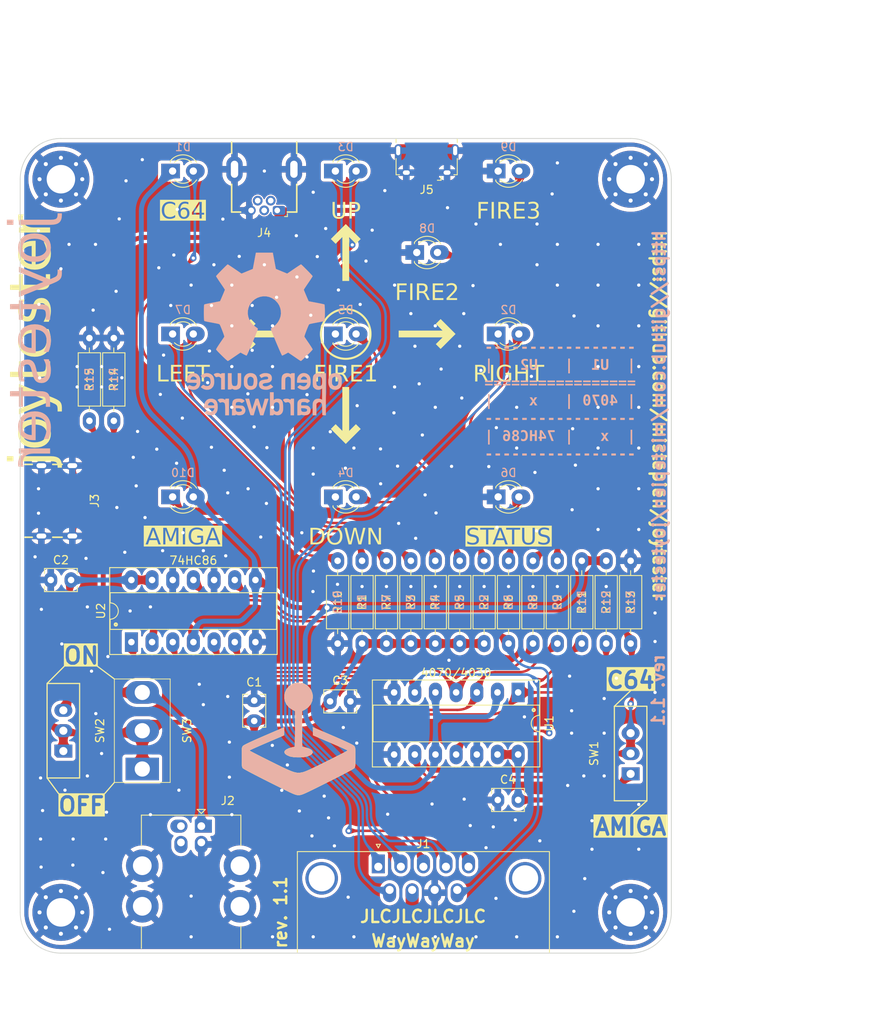
<source format=kicad_pcb>
(kicad_pcb (version 20241229) (generator "pcbnew") (generator_version "9.0")
  (title_block (title "joytester") (rev "1.1") (company "mistepien@wp.pl"))
  (layers (0 "F.Cu" signal) (2 "B.Cu" signal) (13 "F.Paste" user) (15 "B.Paste" user) (5 "F.SilkS" user "F.Silkscreen") (7 "B.SilkS" user "B.Silkscreen") (1 "F.Mask" user) (3 "B.Mask" user) (25 "Edge.Cuts" user))
  (net 0 "")
  (net 1 "VCC")
  (net 2 "GND")
  (net 3 "Net-(D1-A)")
  (net 4 "Net-(D2-A)")
  (net 5 "/FBTN")
  (net 6 "/UBTN")
  (net 7 "/DBTN")
  (net 8 "/LBTN")
  (net 9 "/RBTN")
  (net 10 "/STATUSLED")
  (net 11 "/F2BTN")
  (net 12 "/F3BTN")
  (net 13 "/F2LED")
  (net 14 "/F3LED")
  (net 15 "Net-(D3-A)")
  (net 16 "Net-(D4-A)")
  (net 17 "Net-(D5-A)")
  (net 18 "Net-(D6-A)")
  (net 19 "Net-(D7-A)")
  (net 20 "Net-(D8-A)")
  (net 21 "Net-(D9-A)")
  (net 22 "/F2F3MODE")
  (net 23 "Net-(D10-K)")
  (net 26 "/F2F3SW")
  (net 27 "VBUS")
  (net 31 "Net-(J3-CC1)")
  (net 32 "Net-(J3-CC2)")
  (footprint "misc:UBM5BRDM144DLFSNL" (layer "F.Cu") (at 195.58 45.83 180)
    (property "Reference" "J4")
    (property "Value" "USB_B_Mini" (hide yes))
  )
  (footprint "misc:arrow_7mm" (layer "F.Cu") (at 204 71 -90)
    (property "Reference" "G***")
    (property "Value" "LOGO" (hide yes))
  )
  (footprint "misc:C_Disc_D3.8mm_W2.6mm_P2.50mm" (layer "F.Cu") (at 202.07 106.1)
    (property "Reference" "C3")
    (property "Value" "100nF")
  )
  (footprint "misc:E-Switch-EG1218-Manufacturer_Recommended_Oval" (layer "F.Cu") (at 239 115 90)
    (property "Reference" "SW1")
    (property "Value" "C64MODESW")
  )
  (footprint "misc:R_Axial_DIN0207_L6.3mm_D2.5mm_P10.16mm_Horizontal_Oval" (layer "F.Cu") (at 224 99 90)
    (property "Reference" "R6")
    (property "Value" "RxΩ")
  )
  (footprint "misc:E-Switch-EG1218-Manufacturer_Recommended_Oval" (layer "F.Cu") (at 169.3 112.2 90)
    (property "Reference" "SW2")
    (property "Value" "POWER")
  )
  (footprint "misc:arrow_7mm" (layer "F.Cu") (at 193.995 61 180)
    (property "Reference" "G***")
    (property "Value" "LOGO" (hide yes))
  )
  (footprint "misc:R_Axial_DIN0207_L6.3mm_D2.5mm_P10.16mm_Horizontal_Oval" (layer "F.Cu") (at 206 99 90)
    (property "Reference" "R1")
    (property "Value" "RxΩ")
  )
  (footprint "misc:C_Disc_D3.8mm_W2.6mm_P2.50mm" (layer "F.Cu") (at 225.18 118.2 180)
    (property "Reference" "C4")
    (property "Value" "100nF")
  )
  (footprint "Connector_USB:USB_Micro-B_Amphenol_10118194_Horizontal" (layer "F.Cu") (at 213.94 39.79 180)
    (property "Reference" "J5")
    (property "Value" "USB_B_Micro")
  )
  (footprint "misc:arrow_7mm" (layer "F.Cu") (at 204 51 90)
    (property "Reference" "G***")
    (property "Value" "LOGO" (hide yes))
  )
  (footprint "misc:C_Disc_D3.8mm_W2.6mm_P2.50mm" (layer "F.Cu") (at 170.25 91.2 180)
    (property "Reference" "C2")
    (property "Value" "100nF")
  )
  (footprint "misc:R_Axial_DIN0207_L6.3mm_D2.5mm_P10.16mm_Horizontal_Oval" (layer "F.Cu") (at 203 99 90)
    (property "Reference" "R10")
    (property "Value" "RxΩ")
  )
  (footprint "misc:Joystick_LOGO_14x14mm" (layer "F.Cu") (at 198.2 110.8)
    (property "Reference" "G***" (hide yes))
    (property "Value" "LOGO" (hide yes))
  )
  (footprint "misc:R_Axial_DIN0207_L6.3mm_D2.5mm_P10.16mm_Horizontal_Oval" (layer "F.Cu") (at 215 99 90)
    (property "Reference" "R4")
    (property "Value" "RxΩ")
  )
  (footprint "misc:DSUB-9_Male_Horizontal_P2.77x2.84mm_EdgePinOffset7.70mm_Housed_MountingHolesOffset9.12mm" (layer "F.Cu") (at 208 126.4)
    (property "Reference" "J1")
    (property "Value" "DB9_Male")
  )
  (footprint "misc:LED_D3.0mm_Oval" (layer "F.Cu") (at 182.725 61)
    (property "Reference" "D7")
    (property "Value" "LEFT")
  )
  (footprint "misc:R_Axial_DIN0207_L6.3mm_D2.5mm_P10.16mm_Horizontal_Oval" (layer "F.Cu") (at 233 99 90)
    (property "Reference" "R11")
    (property "Value" "R10KΩ")
  )
  (footprint "misc:LED_D3.0mm_Oval" (layer "F.Cu") (at 202.725 81)
    (property "Reference" "D4")
    (property "Value" "DOWN")
  )
  (footprint "MountingHole:MountingHole_3.5mm_Pad_Via" (layer "F.Cu") (at 239 132)
    (property "Reference" "H3" (hide yes))
    (property "Value" "MountingHole")
  )
  (footprint "misc:R_Axial_DIN0207_L6.3mm_D2.5mm_P10.16mm_Horizontal_Oval" (layer "F.Cu") (at 227 99 90)
    (property "Reference" "R8")
    (property "Value" "RxΩ")
  )
  (footprint "misc:100SP1T1B4M2QE" (layer "F.Cu") (at 179 114.4 90)
    (property "Reference" "SW3")
    (property "Value" "POWER" (hide yes))
  )
  (footprint "misc:LED_D3.0mm_Oval" (layer "F.Cu") (at 202.725 61)
    (property "Reference" "D5")
    (property "Value" "FIRE1")
  )
  (footprint "misc:C_Disc_D3.8mm_W2.6mm_P2.50mm" (layer "F.Cu") (at 192.75 108.5 90)
    (property "Reference" "C1")
    (property "Value" "100nF")
  )
  (footprint "misc:LED_D3.0mm_Oval" (layer "F.Cu") (at 212.725 51)
    (property "Reference" "D8")
    (property "Value" "FIRE2")
  )
  (footprint "misc:USB_B_Lumberg_2411_02_Horizontal_Oval_Versatile" (layer "F.Cu") (at 186.25 121.4125 -90)
    (property "Reference" "J2")
    (property "Value" "USB_B")
  )
  (footprint "misc:R_Axial_DIN0207_L6.3mm_D2.5mm_P10.16mm_Horizontal_Oval" (layer "F.Cu") (at 212 99 90)
    (property "Reference" "R3")
    (property "Value" "RxΩ")
  )
  (footprint "misc:R_Axial_DIN0207_L6.3mm_D2.5mm_P10.16mm_Horizontal_Oval" (layer "F.Cu") (at 172.5 61.5 -90)
    (property "Reference" "R15")
    (property "Value" "R5K1Ω")
  )
  (footprint "MountingHole:MountingHole_3.5mm_Pad_Via" (layer "F.Cu") (at 169 42)
    (property "Reference" "H1" (hide yes))
    (property "Value" "MountingHole")
  )
  (footprint "misc:R_Axial_DIN0207_L6.3mm_D2.5mm_P10.16mm_Horizontal_Oval" (layer "F.Cu") (at 209 99 90)
    (property "Reference" "R7")
    (property "Value" "RxΩ")
  )
  (footprint "misc:Joystick_LOGO_14x14mm" (layer "F.Cu") (at 198.2 110.8)
    (property "Reference" "G***" (hide yes))
    (property "Value" "LOGO" (hide yes))
  )
  (footprint "misc:LED_D3.0mm_Oval" (layer "F.Cu") (at 222.725 61)
    (property "Reference" "D2")
    (property "Value" "RIGHT")
  )
  (footprint "misc:R_Axial_DIN0207_L6.3mm_D2.5mm_P10.16mm_Horizontal_Oval" (layer "F.Cu") (at 221 99 90)
    (property "Reference" "R2")
    (property "Value" "RxΩ")
  )
  (footprint "misc:LED_D3.0mm_Oval" (layer "F.Cu") (at 182.725 81)
    (property "Reference" "D10")
    (property "Value" "AMIGA")
  )
  (footprint "misc:R_Axial_DIN0207_L6.3mm_D2.5mm_P10.16mm_Horizontal_Oval" (layer "F.Cu") (at 218 99 90)
    (property "Reference" "R5")
    (property "Value" "RxΩ")
  )
  (footprint "misc:R_Axial_DIN0207_L6.3mm_D2.5mm_P10.16mm_Horizontal_Oval" (layer "F.Cu") (at 230 99 90)
    (property "Reference" "R9")
    (property "Value" "RxΩ")
  )
  (footprint "misc:R_Axial_DIN0207_L6.3mm_D2.5mm_P10.16mm_Horizontal_Oval" (layer "F.Cu") (at 175.5 61.5 -90)
    (property "Reference" "R14")
    (property "Value" "R5K1Ω")
  )
  (footprint "misc:LED_D3.0mm_Oval" (layer "F.Cu") (at 202.725 41)
    (property "Reference" "D3")
    (property "Value" "UP")
  )
  (footprint "misc:LED_D3.0mm_Oval" (layer "F.Cu") (at 222.725 41)
    (property "Reference" "D9")
    (property "Value" "FIRE3")
  )
  (footprint "misc:R_Axial_DIN0207_L6.3mm_D2.5mm_P10.16mm_Horizontal_Oval" (layer "F.Cu") (at 236 99 90)
    (property "Reference" "R12")
    (property "Value" "R10KΩ")
  )
  (footprint "misc:LED_D3.0mm_Oval" (layer "F.Cu") (at 182.725 41)
    (property "Reference" "D1")
    (property "Value" "C64")
  )
  (footprint "misc:R_Axial_DIN0207_L6.3mm_D2.5mm_P10.16mm_Horizontal_Oval" (layer "F.Cu") (at 239 99 90)
    (property "Reference" "R13")
    (property "Value" "R10KΩ")
  )
  (footprint "misc:LED_D3.0mm_Oval" (layer "F.Cu") (at 222.725 81)
    (property "Reference" "D6")
    (property "Value" "STATUS")
  )
  (footprint "MountingHole:MountingHole_3.5mm_Pad_Via" (layer "F.Cu") (at 169 132)
    (property "Reference" "H4" (hide yes))
    (property "Value" "MountingHole")
  )
  (footprint "PCM_Package_DIP_AKL:DIP-14_W7.62mm_Socket_LongPads" (layer "F.Cu") (at 225.18 105 -90)
    (property "Reference" "U1")
    (property "Value" "4070" (hide yes))
  )
  (footprint "MountingHole:MountingHole_3.5mm_Pad_Via" (layer "F.Cu") (at 239 42)
    (property "Reference" "H2" (hide yes))
    (property "Value" "MountingHole")
  )
  (footprint "misc:arrow_7mm" (layer "F.Cu") (at 213.995 61)
    (property "Reference" "G***")
    (property "Value" "LOGO" (hide yes))
  )
  (footprint "PCM_Package_DIP_AKL:DIP-14_W7.62mm_Socket_LongPads" (layer "F.Cu") (at 177.66 98.82 90)
    (property "Reference" "U2")
    (property "Value" "74HC86" (hide yes))
  )
  (footprint "misc:GCT_USB4125-GF-A" (layer "F.Cu") (at 167.4 81.48 -90)
    (property "Reference" "J3")
    (property "Value" "USB_C_Receptacle_PowerOnly_6P")
  )
  (footprint "misc:Joystick_LOGO_14x14mm" (layer "B.Cu") (at 198.2 110.8 180)
    (property "Reference" "G***" (hide yes))
    (property "Value" "LOGO" (hide yes))
  )
  (footprint "Symbol:OSHW-Logo_19x20mm_SilkScreen" (layer "B.Cu") (at 194.017938 60.987414 180)
    (property "Reference" "REF**" (hide yes))
    (property "Value" "OSHW-Logo_19x20mm_SilkScreen" (hide yes))
  )
  (gr_line (start 236.999999 106.699999) (end 239 104.789998) (stroke (width 0.15)) (layer "F.SilkS"))
  (gr_line (start 167.299999 115.500001) (end 168.7 117.4) (stroke (width 0.15)) (layer "F.SilkS"))
  (gr_line (start 169.4 101.8) (end 167.299999 103.900001) (stroke (width 0.15)) (layer "F.SilkS"))
  (gr_line (start 175.57 103.35) (end 173.5 101.8) (stroke (width 0.15)) (layer "F.SilkS"))
  (gr_circle (center 203.995 61) (end 207.045 61) (stroke (width 0.25)) (fill no) (layer "F.SilkS"))
  (gr_line (start 241.000001 118.300001) (end 239 120.05358) (stroke (width 0.15)) (layer "F.SilkS"))
  (gr_line (start 175.57 116.05) (end 174.4 117.4) (stroke (width 0.15)) (layer "F.SilkS"))
  (gr_line (start 164 42) (end 164 132) (stroke (width 0.1)) (layer "Edge.Cuts"))
  (gr_arc (start 164 42) (mid 165.464466 38.464466) (end 169 37) (stroke (width 0.1)) (layer "Edge.Cuts"))
  (gr_arc (start 239 37) (mid 242.535534 38.464466) (end 244 42) (stroke (width 0.1)) (layer "Edge.Cuts"))
  (gr_line (start 244 42) (end 244 132) (stroke (width 0.1)) (layer "Edge.Cuts"))
  (gr_line (start 169 137) (end 239 137) (stroke (width 0.1)) (layer "Edge.Cuts"))
  (gr_arc (start 169 137) (mid 165.464466 135.535534) (end 164 132) (stroke (width 0.1)) (layer "Edge.Cuts"))
  (gr_arc (start 244 132) (mid 242.535534 135.535534) (end 239 137) (stroke (width 0.1)) (layer "Edge.Cuts"))
  (gr_line (start 169 37) (end 239 37) (stroke (width 0.1)) (layer "Edge.Cuts"))
  (gr_text "https://github.com/mistepien/${TITLE}" (at 242.5 71 -90) (layer "F.SilkS") (effects (font (size 1.5 1.5) (thickness 0.3))))
  (gr_text "rev. ${REVISION}" (at 196 132 90) (layer "F.SilkS") (effects (font (size 1.5 1.5) (thickness 0.3))))
  (gr_text "${TITLE}" (at 165.6 61.8 90) (layer "F.SilkS") (effects (font (size 5 5) (thickness 0.7))))
  (gr_text "JLCJLCJLCJLC" (at 213.5 132.5 0) (layer "F.SilkS") (effects (font (size 1.5 1.5) (thickness 0.3) (bold yes))))
  (gr_text "WayWayWay" (at 213.5 135.5 0) (layer "F.SilkS") (effects (font (size 1.5 1.5) (thickness 0.3) (bold yes))))
  (gr_text "rev. ${REVISION}" (at 242.4 104.75 90) (layer "B.SilkS") (effects (font (size 1.5 1.5) (thickness 0.3)) (justify mirror)))
  (gr_text "https://github.com/mistepien/${TITLE}" (at 242.5 71 90) (layer "B.SilkS") (effects (font (size 1.5 1.5) (thickness 0.3)) (justify mirror)))
  (gr_text "${TITLE}" (at 165.6 61.8 90) (layer "B.SilkS") (effects (font (size 5 5) (thickness 0.7)) (justify mirror)))
  (gr_text "-----------------\n|  U1  |   U2   |\n=================\n| 4070 |   x    |\n-----------------\n|  x   | 74HC86 |\n-----------------" (at 239.645 76.54 0) (layer "B.SilkS") (effects (font (size 1.3 1.3) (thickness 0.3) (bold yes)) (justify left bottom mirror)))
  (segment (start 230.5 118.81) (end 229.89 118.2) (width 0.6) (layer "F.Cu") (net 1))
  (segment (start 212.155 129.24) (end 212.155 131.81) (width 1.6) (layer "F.Cu") (net 1))
  (segment (start 228.26368 131.62132) (end 229.621321 130.263679) (width 0.6) (layer "F.Cu") (net 1))
  (segment (start 179 109.7) (end 179 114.4) (width 1.3) (layer "F.Cu") (net 1))
  (segment (start 209 99) (end 212 99) (width 1) (layer "F.Cu") (net 1))
  (segment (start 192.75 108.5) (end 192.75 115.507359) (width 0.6) (layer "F.Cu") (net 1))
  (segment (start 225.18 118.2) (end 229.2 118.2) (width 0.6) (layer "F.Cu") (net 1))
  (segment (start 229.2 118.2) (end 229.89 118.2) (width 0.6) (layer "F.Cu") (net 1))
  (segment (start 169.985 91.465) (end 169.985 93.972359) (width 0.6) (layer "F.Cu") (net 1))
  (segment (start 230.5 118.825) (end 231.125 118.2) (width 0.6) (layer "F.Cu") (net 1))
  (segment (start 231.8 118.2) (end 234.557359 118.2) (width 0.6) (layer "F.Cu") (net 1))
  (segment (start 199.982641 132.5) (end 226.142359 132.5) (width 0.6) (layer "F.Cu") (net 1))
  (segment (start 230.5 119.2) (end 230.5 118.225) (width 0.6) (layer "F.Cu") (net 1))
  (segment (start 169.67 110.07) (end 178.63 110.07) (width 0.6) (layer "F.Cu") (net 1))
  (segment (start 236.67868 117.32132) (end 239 115) (width 0.6) (layer "F.Cu") (net 1))
  (segment (start 230.525 118.2) (end 231.125 118.2) (width 0.6) (layer "F.Cu") (net 1))
  (segment (start 169.10632 96.09368) (end 167.628679 97.571321) (width 0.6) (layer "F.Cu") (net 1))
  (segment (start 192.75 108.5) (end 198.427359 108.5) (width 0.6) (layer "F.Cu") (net 1))
  (segment (start 212 99) (end 215 99) (width 1) (layer "F.Cu") (net 1))
  (segment (start 230.5 119.5) (end 231.8 118.2) (width 0.6) (layer "F.Cu") (net 1))
  (segment (start 168.42 109.7) (end 169.3 109.7) (width 0.6) (layer "F.Cu") (net 1))
  (segment (start 230.5 118.225) (end 230.525 118.2) (width 0.6) (layer "F.Cu") (net 1))
  (segment (start 210.79 132.5) (end 210.295 132.5) (width 0.6) (layer "F.Cu") (net 1))
  (segment (start 212.155 131.135) (end 210.79 132.5) (width 0.6) (layer "F.Cu") (net 1))
  (segment (start 200.54868 107.62132) (end 202.07 106.1) (width 0.6) (layer "F.Cu") (net 1))
  (segment (start 212.155 131.135) (end 213.52 132.5) (width 0.6) (layer "F.Cu") (net 1))
  (segment (start 231.125 118.2) (end 231.8 118.2) (width 0.6) (layer "F.Cu") (net 1))
  (segment (start 229.89 118.2) (end 230.525 118.2) (width 0.6) (layer "F.Cu") (net 1))
  (segment (start 196.1 121.342641) (end 196.1 128.617359) (width 0.6) (layer "F.Cu") (net 1))
  (segment (start 193.62868 117.62868) (end 195.221321 119.221321) (width 0.6) (layer "F.Cu") (net 1))
  (segment (start 196.97868 130.73868) (end 197.861321 131.621321) (width 0.6) (layer "F.Cu") (net 1))
  (segment (start 230.5 119.2) (end 230.5 118.825) (width 0.6) (layer "F.Cu") (net 1))
  (segment (start 166.75 99.692641) (end 166.75 107.201573) (width 0.6) (layer "F.Cu") (net 1))
  (segment (start 230.5 119.5) (end 230.5 119.2) (width 0.6) (layer "F.Cu") (net 1))
  (segment (start 167.335787 108.615787) (end 168.42 109.7) (width 0.6) (layer "F.Cu") (net 1))
  (segment (start 230.5 119.5) (end 229.2 118.2) (width 0.6) (layer "F.Cu") (net 1))
  (segment (start 212.155 131.81) (end 212.155 131.135) (width 0.6) (layer "F.Cu") (net 1))
  (segment (start 212.155 129.24) (end 212.155 131.135) (width 0.6) (layer "F.Cu") (net 1))
  (segment (start 169.3 109.7) (end 169.3 112.2) (width 1) (layer "F.Cu") (net 1))
  (segment (start 222.64 112.62) (end 225.18 112.62) (width 1) (layer "F.Cu") (net 1))
  (segment (start 177.66 91.2) (end 180.2 91.2) (width 1) (layer "F.Cu") (net 1))
  (segment (start 230.5 119.2) (end 230.5 118.81) (width 0.6) (layer "F.Cu") (net 1))
  (segment (start 206 99) (end 209 99) (width 1) (layer "F.Cu") (net 1))
  (segment (start 179 109.7) (end 180.035 108.665) (width 0.6) (layer "F.Cu") (net 1))
  (segment (start 230.5 128.142359) (end 230.5 119.5) (width 0.6) (layer "F.Cu") (net 1))
  (segment (start 180.035 108.665) (end 192.585 108.665) (width 0.6) (layer "F.Cu") (net 1))
  (segment (start 218 99) (end 221 99) (width 1) (layer "F.Cu") (net 1))
  (segment (start 215 99) (end 218 99) (width 1) (layer "F.Cu") (net 1))
  (segment (start 213.52 132.5) (end 214.13 132.5) (width 0.6) (layer "F.Cu") (net 1))
  (arc (start 226.142359 132.5) (mid 227.29041 132.271638) (end 228.26368 131.62132) (width 0.6) (layer "F.Cu") (net 1))
  (arc (start 193.62868 117.62868) (mid 192.978361 116.65541) (end 192.75 115.507359) (width 0.6) (layer "F.Cu") (net 1))
  (arc (start 196.1 121.342641) (mid 195.871639 120.194591) (end 195.221321 119.221321) (width 0.6) (layer "F.Cu") (net 1))
  (arc (start 230.5 128.142359) (mid 230.271639 129.290409) (end 229.621321 130.263679) (width 0.6) (layer "F.Cu") (net 1))
  (arc (start 197.861321 131.621321) (mid 198.834591 132.271639) (end 199.982641 132.5) (width 0.6) (layer "F.Cu") (net 1))
  (arc (start 196.1 128.617359) (mid 196.328362 129.76541) (end 196.97868 130.73868) (width 0.6) (layer "F.Cu") (net 1))
  (arc (start 169.985 93.972359) (mid 169.756638 95.12041) (end 169.10632 96.09368) (width 0.6) (layer "F.Cu") (net 1))
  (arc (start 234.557359 118.2) (mid 235.70541 117.971638) (end 236.67868 117.32132) (width 0.6) (layer "F.Cu") (net 1))
  (arc (start 198.427359 108.5) (mid 199.57541 108.271638) (end 200.54868 107.62132) (width 0.6) (layer "F.Cu") (net 1))
  (arc (start 167.628679 97.571321) (mid 166.978361 98.544591) (end 166.75 99.692641) (width 0.6) (layer "F.Cu") (net 1))
  (arc (start 166.75 107.201573) (mid 166.902241 107.96694) (end 167.335787 108.615787) (width 0.6) (layer "F.Cu") (net 1))
  (segment (start 202.07 106.1) (end 206 99.895) (width 0.6) (layer "B.Cu") (net 1))
  (segment (start 225.18 112.62) (end 225.18 118) (width 0.6) (layer "B.Cu") (net 1))
  (segment (start 170.25 91.2) (end 177.66 91.2) (width 0.6) (layer "B.Cu") (net 1))
  (segment (start 202.07 106.1) (end 202.545 105.625) (width 0.6) (layer "B.Cu") (net 1))
  (segment (start 206 99.895) (end 206 99) (width 0.6) (layer "B.Cu") (net 1))
  (segment (start 170.4 84.72) (end 170.89 84.23) (width 0.8) (layer "F.Cu") (net 2))
  (segment (start 170.4 78.24) (end 170.89 78.73) (width 0.8) (layer "F.Cu") (net 2))
  (segment (start 170.4 85.8) (end 170.4 84.72) (width 0.8) (layer "F.Cu") (net 2))
  (segment (start 212.64 42.67) (end 212.64 38.79) (width 0.4) (layer "F.Cu") (net 2))
  (segment (start 170.4 77.16) (end 170.4 78.24) (width 0.8) (layer "F.Cu") (net 2))
  (via (at 203.1 55.6) (size 0.8) (drill 0.4) (layers "F.Cu" "B.Cu") (net 2))
  (via (at 200 135) (size 0.8) (drill 0.4) (layers "F.Cu" "B.Cu") (net 2))
  (via (at 187.255 63.09) (size 0.8) (drill 0.4) (layers "F.Cu" "B.Cu") (net 2))
  (via (at 237.25 103.25) (size 0.8) (drill 0.4) (layers "F.Cu" "B.Cu") (net 2))
  (via (at 208.285 79.39) (size 0.8) (drill 0.4) (layers "F.Cu" "B.Cu") (net 2))
  (via (at 179 39.6) (size 0.8) (drill 0.4) (layers "F.Cu" "B.Cu") (net 2))
  (via (at 210 55) (size 0.8) (drill 0.4) (layers "F.Cu" "B.Cu") (net 2))
  (via (at 198.3 119.555) (size 0.8) (drill 0.4) (layers "F.Cu" "B.Cu") (net 2))
  (via (at 190 70) (size 0.8) (drill 0.4) (layers "F.Cu" "B.Cu") (net 2))
  (via (at 199.23 63.815) (size 0.8) (drill 0.4) (layers "F.Cu" "B.Cu") (net 2))
  (via (at 166.295 57.36) (size 0.8) (drill 0.4) (layers "F.Cu" "B.Cu") (net 2))
  (via (at 221 92) (size 0.8) (drill 0.4) (layers "F.Cu" "B.Cu") (net 2))
  (via (at 185 55) (size 0.8) (drill 0.4) (layers "F.Cu" "B.Cu") (net 2))
  (via (at 235 80) (size 0.8) (drill 0.4) (layers "F.Cu" "B.Cu") (net 2))
  (via (at 220 47.5) (size 0.8) (drill 0.4) (layers "F.Cu" "B.Cu") (net 2))
  (via (at 172.76 102.39) (size 0.8) (drill 0.4) (layers "F.Cu" "B.Cu") (net 2))
  (via (at 202.605 123.835) (size 0.8) (drill 0.4) (layers "F.Cu" "B.Cu") (net 2))
  (via (at 225 135) (size 0.8) (drill 0.4) (layers "F.Cu" "B.Cu") (net 2))
  (via (at 220.605 65.465) (size 0.8) (drill 0.4) (layers "F.Cu" "B.Cu") (net 2))
  (via (at 235 75) (size 0.8) (drill 0.4) (layers "F.Cu" "B.Cu") (net 2))
  (via (at 173.29 107.6) (size 0.8) (drill 0.4) (layers "F.Cu" "B.Cu") (net 2))
  (via (at 240 50) (size 0.8) (drill 0.4) (layers "F.Cu" "B.Cu") (net 2))
  (via (at 231.81 82.575) (size 0.8) (drill 0.4) (layers "F.Cu" "B.Cu") (net 2))
  (via (at 232.045 58.785) (size 0.8) (drill 0.4) (layers "F.Cu" "B.Cu") (net 2))
  (via (at 187.495 74.905) (size 0.8) (drill 0.4) (layers "F.Cu" "B.Cu") (net 2))
  (via (at 240 65) (size 0.8) (drill 0.4) (layers "F.Cu" "B.Cu") (net 2))
  (via (at 169.11 99.05) (size 0.8) (drill 0.4) (layers "F.Cu" "B.Cu") (net 2))
  (via (at 227.5 52.5) (size 0.8) (drill 0.4) (layers "F.Cu" "B.Cu") (net 2))
  (via (at 166.6 94.8) (size 0.8) (drill 0.4) (layers "F.Cu" "B.Cu") (net 2))
  (via (at 189.065 77.73) (size 0.8) (drill 0.4) (layers "F.Cu" "B.Cu") (net 2))
  (via (at 185 130) (size 0.8) (drill 0.4) (layers "F.Cu" "B.Cu") (net 2))
  (via (at 205.77 57.37) (size 0.8) (drill 0.4) (layers "F.Cu" "B.Cu") (net 2))
  (via (at 215 60) (size 0.8) (drill 0.4) (layers "F.Cu" "B.Cu") (net 2))
  (via (at 230 50) (size 0.8) (drill 0.4) (layers "F.Cu" "B.Cu") (net 2))
  (via (at 166.565 126.44) (size 0.8) (drill 0.4) (layers "F.Cu" "B.Cu") (net 2))
  (via (at 189.5 80.5) (size 0.8) (drill 0.4) (layers "F.Cu" "B.Cu") (net 2))
  (via (at 224 92) (size 0.8) (drill 0.4) (layers "F.Cu" "B.Cu") (net 2))
  (via (at 202.1 73) (size 0.8) (drill 0.4) (layers "F.Cu" "B.Cu") (net 2))
  (via (at 210 135) (size 0.8) (drill 0.4) (layers "F.Cu" "B.Cu") (net 2))
  (via (at 172.96 58.07) (size 0.8) (drill 0.4) (layers "F.Cu" "B.Cu") (net 2))
  (via (at 231.88 72.63) (size 0.8) (drill 0.4) (layers "F.Cu" "B.Cu") (net 2))
  (via (at 192.74 72.4) (size 0.8) (drill 0.4) (layers "F.Cu" "B.Cu") (net 2))
  (via (at 188.9 46.9) (size 0.8) (drill 0.4) (layers "F.Cu" "B.Cu") (net 2))
  (via (at 190 120) (size 0.8) (drill 0.4) (layers "F.Cu" "B.Cu") (net 2))
  (via (at 180 120) (size 0.8) (drill 0.4) (layers "F.Cu" "B.Cu") (net 2))
  (via (at 180 94.5) (size 0.8) (drill 0.4) (layers "F.Cu" "B.Cu") (net 2))
  (via (at 222.58 84.72) (size 0.8) (drill 0.4) (layers "F.Cu" "B.Cu") (net 2))
  (via (at 219.635 55.06) (size 0.8) (drill 0.4) (layers "F.Cu" "B.Cu") (net 2))
  (via (at 201.885 120.4) (size 0.8) (drill 0.4) (layers "F.Cu" "B.Cu") (net 2))
  (via (at 174.165 127.11) (size 0.8) (drill 0.4) (layers "F.Cu" "B.Cu") (net 2))
  (via (at 176.165 46.875) (size 0.8) (drill 0.4) (layers "F.Cu" "B.Cu") (net 2))
  (via (at 181.215 68.415) (size 0.8) (drill 0.4) (layers "F.Cu" "B.Cu") (net 2))
  (via (at 212 58.5) (size 0.8) (drill 0.4) (layers "F.Cu" "B.Cu") (net 2))
  (via (at 227.845 123.215) (size 0.8) (drill 0.4) (layers "F.Cu" "B.Cu") (net 2))
  (via (at 240 124.25) (size 0.8) (drill 0.4) (layers "F.Cu" "B.Cu") (net 2))
  (via (at 200.5 51.5) (size 0.8) (drill 0.4) (layers "F.Cu" "B.Cu") (net 2))
  (via (at 230 135) (size 0.8) (drill 0.4) (layers "F.Cu" "B.Cu") (net 2))
  (via (at 174 65) (size 0.8) (drill 0.4) (layers "F.Cu" "B.Cu") (net 2))
  (via (at 175.78 55.76) (size 0.8) (drill 0.4) (layers "F.Cu" "B.Cu") (net 2))
  (via (at 183.5 117) (size 0.8) (drill 0.4) (layers "F.Cu" "B.Cu") (net 2))
  (via (at 232.215 77.1) (size 0.8) (drill 0.4) (layers "F.Cu" "B.Cu") (net 2))
  (via (at 190.91 51.475) (size 0.8) (drill 0.4) (layers "F.Cu" "B.Cu") (net 2))
  (via (at 174 112.5) (size 0.8) (drill 0.4) (layers "F.Cu" "B.Cu") (net 2))
  (via (at 225 75) (size 0.8) (drill 0.4) (layers "F.Cu" "B.Cu") (net 2))
  (via (at 190 60) (size 0.8) (drill 0.4) (layers "F.Cu" "B.Cu") (net 2))
  (via (at 205 75) (size 0.8) (drill 0.4) (layers "F.Cu" "B.Cu") (net 2))
  (via (at 200 75) (size 0.8) (drill 0.4) (layers "F.Cu" "B.Cu") (net 2))
  (via (at 242 98.75) (size 0.8) (drill 0.4) (layers "F.Cu" "B.Cu") (net 2))
  (via (at 229.355 43.81) (size 0.8) (drill 0.4) (layers "F.Cu" "B.Cu") (net 2))
  (via (at 189.25 88.23) (size 0.8) (drill 0.4) (layers "F.Cu" "B.Cu") (net 2))
  (via (at 176.85 87.795) (size 0.8) (drill 0.4) (layers "F.Cu" "B.Cu") (net 2))
  (via (at 181.615 63.59) (size 0.8) (drill 0.4) (layers "F.Cu" "B.Cu") (net 2))
  (via (at 227.5 47.5) (size 0.8) (drill 0.4) (layers "F.Cu" "B.Cu") (net 2))
  (via (at 216.68 101.05) (size 0.8) (drill 0.4) (layers "F.Cu" "B.Cu") (net 2))
  (via (at 205.35 111.22) (size 0.8) (drill 0.4) (layers "F.Cu" "B.Cu") (net 2))
  (via (at 177.89 76.14) (size 0.8) (drill 0.4) (layers "F.Cu" "B.Cu") (net 2))
  (via (at 170.5 123) (size 0.8) (drill 0.4) (layers "F.Cu" "B.Cu") (net 2))
  (via (at 195 70) (size 0.8) (drill 0.4) (layers "F.Cu" "B.Cu") (net 2))
  (via (at 215 70) (size 0.8) (drill 0.4) (layers "F.Cu" "B.Cu") (net 2))
  (via (at 166.75 119.5) (size 0.8) (drill 0.4) (layers "F.Cu" "B.Cu") (net 2))
  (via (at 209.92 70.68) (size 0.8) (drill 0.4) (layers "F.Cu" "B.Cu") (net 2))
  (via (at 235 65) (size 0.8) (drill 0.4) (layers "F.Cu" "B.Cu") (net 2))
  (via (at 166.235 48.325) (size 0.8) (drill 0.4) (layers "F.Cu" "B.Cu") (net 2))
  (via (at 198.6 85.4) (size 0.8) (drill 0.4) (layers "F.Cu" "B.Cu") (net 2))
  (via (at 166.5 115.5) (size 0.8) (drill 0.4) (layers "F.Cu" "B.Cu") (net 2))
  (via (at 225.95 108) (size 0.8) (drill 0.4) (layers "F.Cu" "B.Cu") (net 2))
  (via (at 235 85) (size 0.8) (drill 0.4) (layers "F.Cu" "B.Cu") (net 2))
  (via (at 177 42.2) (size 0.8) (drill 0.4) (layers "F.Cu" "B.Cu") (net 2))
  (via (at 240 85) (size 0.8) (drill 0.4) (layers "F.Cu" "B.Cu") (net 2))
  (via (at 187.8 52.5) (size 0.8) (drill 0.4) (layers "F.Cu" "B.Cu") (net 2))
  (via (at 236 92) (size 0.8) (drill 0.4) (layers "F.Cu" "B.Cu") (net 2))
  (via (at 209.15 119.95) (size 0.8) (drill 0.4) (layers "F.Cu" "B.Cu") (net 2))
  (via (at 179.335 83.535) (size 0.8) (drill 0.4) (layers "F.Cu" "B.Cu") (net 2))
  (via (at 171 67.5) (size 0.8) (drill 0.4) (layers "F.Cu" "B.Cu") (net 2))
  (via (at 231.75 107.25) (size 0.8) (drill 0.4) (layers "F.Cu" "B.Cu") (net 2))
  (via (at 201.35 117.73) (size 0.8) (drill 0.4) (layers "F.Cu" "B.Cu") (net 2))
  (via (at 186 104) (size 0.8) (drill 0.4) (layers "F.Cu" "B.Cu") (net 2))
  (via (at 177.5 95) (size 0.8) (drill 0.4) (layers "F.Cu" "B.Cu") (net 2))
  (via (at 208.27 75.11) (size 0.8) (drill 0.4) (layers "F.Cu" "B.Cu") (net 2))
  (via (at 235.75 110) (size 0.8) (drill 0.4) (layers "F.Cu" "B.Cu") (net 2))
  (via (at 194 52.5) (size 0.8) (drill 0.4) (layers "F.Cu" "B.Cu") (net 2))
  (via (at 171 65) (size 0.8) (drill 0.4) (layers "F.Cu" "B.Cu") (net 2))
  (via (at 234.25 120.75) (size 0.8) (drill 0.4) (layers "F.Cu" "B.Cu") (net 2))
  (via (at 222.5 72.5) (size 0.8) (drill 0.4) (layers "F.Cu" "B.Cu") (net 2))
  (via (at 213.02 67.12) (size 0.8) (drill 0.4) (layers "F.Cu" "B.Cu") (net 2))
  (via (at 240 75) (size 0.8) (drill 0.4) (layers "F.Cu" "B.Cu") (net 2))
  (via (at 215 92) (size 0.8) (drill 0.4) (layers "F.Cu" "B.Cu") (net 2))
  (via (at 210 67.5) (size 0.8) (drill 0.4) (layers "F.Cu" "B.Cu") (net 2))
  (via (at 190 65) (size 0.8) (drill 0.4) (layers "F.Cu" "B.Cu") (net 2))
  (via (at 194 41) (size 0.8) (drill 0.4) (layers "F.Cu" "B.Cu") (net 2))
  (via (at 181.03 52.875) (size 0.8) (drill 0.4) (layers "F.Cu" "B.Cu") (net 2))
  (via (at 174.775 100.6) (size 0.8) (drill 0.4) (layers "F.Cu" "B.Cu") (net 2))
  (via (at 240 55) (size 0.8) (drill 0.4) (layers "F.Cu" "B.Cu") (net 2))
  (via (at 174.5 123) (size 0.8) (drill 0.4) (layers "F.Cu" "B.Cu") (net 2))
  (via (at 194.975 111.5) (size 0.8) (drill 0.4) (layers "F.Cu" "B.Cu") (net 2))
  (via (at 216.5 45.5) (size 0.8) (drill 0.4) (layers "F.Cu" "B.Cu") (net 2))
  (via (at 178.42 72.965) (size 0.8) (drill 0.4) (layers "F.Cu" "B.Cu") (net 2))
  (via (at 230 55) (size 0.8) (drill 0.4) (layers "F.Cu" "B.Cu") (net 2))
  (via (at 235 55) (size 0.8) (drill 0.4) (layers "F.Cu" "B.Cu") (net 2))
  (via (at 200 78.2) (size 0.8) (drill 0.4) (layers "F.Cu" "B.Cu") (net 2))
  (via (at 191.975 68.345) (size 0.8) (drill 0.4) (layers "F.Cu" "B.Cu") (net 2))
  (via (at 209 92) (size 0.8) (drill 0.4) (layers "F.Cu" "B.Cu") (net 2))
  (via (at 183.215 76.865) (size 0.8) (drill 0.4) (layers "F.Cu" "B.Cu") (net 2))
  (via (at 187.035 66.975) (size 0.8) (drill 0.4) (layers "F.Cu" "B.Cu") (net 2))
  (via (at 195.5 56.5) (size 0.8) (drill 0.4) (layers "F.Cu" "B.Cu") (net 2))
  (via (at 172.25 94.5) (size 0.8) (drill 0.4) (layers "F.Cu" "B.Cu") (net 2))
  (via (at 196.135 117.015) (size 0.8) (drill 0.4) (layers "F.Cu" "B.Cu") (net 2))
  (via (at 185 135) (size 0.8) (drill 0.4) (layers "F.Cu" "B.Cu") (net 2))
  (via (at 176.49 66.37) (size 0.8) (drill 0.4) (layers "F.Cu" "B.Cu") (net 2))
  (via (at 213.41 73.4) (size 0.8) (drill 0.4) (layers "F.Cu" "B.Cu") (net 2))
  (via (at 180.78 75.14) (size 0.8) (drill 0.4) (layers "F.Cu" "B.Cu") (net 2))
  (via (at 182.875 51.305) (size 0.8) (drill 0.4) (layers "F.Cu" "B.Cu") (net 2))
  (via (at 174.97 134.075) (size 0.8) (drill 0.4) (layers "F.Cu" "B.Cu") (net 2))
  (via (at 230 92) (size 0.8) (drill 0.4) (layers "F.Cu" "B.Cu") (net 2))
  (via (at 184 85.39) (size 0.8) (drill 0.4) (layers "F.Cu" "B.Cu") (net 2))
  (via (at 242 105) (size 0.8) (drill 0.4) (layers "F.Cu" "B.Cu") (net 2))
  (via (at 204.295 130.135) (size 0.8) (drill 0.4) (layers "F.Cu" "B.Cu") (net 2))
  (via (at 170.47 126.195) (size 0.8) (drill 0.4) (layers "F.Cu" "B.Cu") (net 2))
  (via (at 170 50) (size 0.8) (drill 0.4) (layers "F.Cu" "B.Cu") (net 2))
  (via (at 235 50) (size 0.8) (drill 0.4) (layers "F.Cu" "B.Cu") (net 2))
  (via (at 234.25 124.25) (size 0.8) (drill 0.4) (layers "F.Cu" "B.Cu") (net 2))
  (via (at 218.55 118.1) (size 0.8) (drill 0.4) (layers "F.Cu" "B.Cu") (net 2))
  (via (at 172.085 88.545) (size 0.8) (drill 0.4) (layers "F.Cu" "B.Cu") (net 2))
  (via (at 193.555 85.925) (size 0.8) (drill 0.4) (layers "F.Cu" "B.Cu") (net 2))
  (via (at 186.5 106.5) (size 0.8) (drill 0.4) (layers "F.Cu" "B.Cu") (net 2))
  (via (at 194.25 81.8) (size 0.8) (drill 0.4) (layers "F.Cu" "B.Cu") (net 2))
  (via (at 192.5 57.5) (size 0.8) (drill 0.4) (layers "F.Cu" "B.Cu") (net 2))
  (via (at 212.5 62.5) (size 0.8) (drill 0.4) (layers "F.Cu" "B.Cu") (net 2))
  (via (at 187.5 57.5) (size 0.8) (drill 0.4) (layers "F.Cu" "B.Cu") (net 2))
  (via (at 203.955 77.47) (size 0.8) (drill 0.4) (layers "F.Cu" "B.Cu") (net 2))
  (via (at 231.5 103) (size 0.8) (drill 0.4) (layers "F.Cu" "B.Cu") (net 2))
  (via (at 218 92) (size 0.8) (drill 0.4) (layers "F.Cu" "B.Cu") (net 2))
  (via (at 235.75 105.75) (size 0.8) (drill 0.4) (layers "F.Cu" "B.Cu") (net 2))
  (via (at 212.59 86.08) (size 0.8) (drill 0.4) (layers "F.Cu" "B.Cu") (net 2))
  (via (at 169 53) (size 0.8) (drill 0.4) (layers "F.Cu" "B.Cu") (net 2))
  (via (at 230 40) (size 0.8) (drill 0.4) (layers "F.Cu" "B.Cu") (net 2))
  (via (at 203.87 65.055) (size 0.8) (drill 0.4) (layers "F.Cu" "B.Cu") (net 2))
  (via (at 195 60) (size 0.8) (drill 0.4) (layers "F.Cu" "B.Cu") (net 2))
  (via (at 189.7 111.1) (size 0.8) (drill 0.4) (layers "F.Cu" "B.Cu") (net 2))
  (via (at 196.825 113.905) (size 0.8) (drill 0.4) (layers "F.Cu" "B.Cu") (net 2))
  (via (at 233.365 127.855) (size 0.8) (drill 0.4) (layers "F.Cu" "B.Cu") (net 2))
  (via (at 227.245 77.995) (size 0.8) (drill 0.4) (layers "F.Cu" "B.Cu") (net 2))
  (via (at 205 135) (size 0.8) (drill 0.4) (layers "F.Cu" "B.Cu") (net 2))
  (via (at 215.09 82.97) (size 0.8) (drill 0.4) (layers "F.Cu" "B.Cu") (net 2))
  (via (at 224.835 120.655) (size 0.8) (drill 0.4) (layers "F.Cu" "B.Cu") (net 2))
  (via (at 197.925 48.935) (size 0.8) (drill 0.4) (layers "F.Cu" "B.Cu") (net 2))
  (via (at 212 92) (size 0.8) (drill 0.4) (layers "F.Cu" "B.Cu") (net 2))
  (via (at 235 70) (size 0.8) (drill 0.4) (layers "F.Cu" "B.Cu") (net 2))
  (via (at 182.5 57.5) (size 0.8) (drill 0.4) (layers "F.Cu" "B.Cu") (net 2))
  (via (at 194.31 74.95) (size 0.8) (drill 0.4) (layers "F.Cu" "B.Cu") (net 2))
  (via (at 240 60) (size 0.8) (drill 0.4) (layers "F.Cu" "B.Cu") (net 2))
  (via (at 219.295 121.345) (size 0.8) (drill 0.4) (layers "F.Cu" "B.Cu") (net 2))
  (via (at 222.455 130.28) (size 0.8) (drill 0.4) (layers "F.Cu" "B.Cu") (net 2))
  (via (at 192 80) (size 0.8) (drill 0.4) (layers "F.Cu" "B.Cu") (net 2))
  (via (at 183.3 45.7) (size 0.8) (drill 0.4) (layers "F.Cu" "B.Cu") (net 2))
  (via (at 223 50) (size 0.8) (drill 0.4) (layers "F.Cu" "B.Cu") (net 2))
  (via (at 210.365 77.22) (size 0.8) (drill 0.4) (layers "F.Cu" "B.Cu") (net 2))
  (via (at 166.5 123) (size 0.8) (drill 0.4) (layers "F.Cu" "B.Cu") (net 2))
  (via (at 166.25 83) (size 0.8) (drill 0.4) (layers "F.Cu" "B.Cu") (net 2))
  (via (at 214.6 118.7) (size 0.8) (drill 0.4) (layers "F.Cu" "B.Cu") (net 2))
  (via (at 220 135) (size 0.8) (drill 0.4) (layers "F.Cu" "B.Cu") (net 2))
  (via (at 205.4 69.8) (size 0.8) (drill 0.4) (layers "F.Cu" "B.Cu") (net 2))
  (via (at 221.235 124.065) (size 0.8) (drill 0.4) (layers "F.Cu" "B.Cu") (net 2))
  (via (at 172.25 115.25) (size 0.8) (drill 0.4) (layers "F.Cu" "B.Cu") (net 2))
  (via (at 222.125 121.505) (size 0.8) (drill 0.4) (layers "F.Cu" "B.Cu") (net 2))
  (via (at 181.5 87.6) (size 0.8) (drill 0.4) (layers "F.Cu" "B.Cu") (net 2))
  (via (at 215.715 65.305) (size 0.8) (drill 0.4) (layers "F.Cu" "B.Cu") (net 2))
  (via (at 183.92 71.325) (size 0.8) (drill 0.4) (layers "F.Cu" "B.Cu") (net 2))
  (via (at 232.03 131.865) (size 0.8) (drill 0.4) (layers "F.Cu" "B.Cu") (net 2))
  (via (at 240 118.75) (size 0.8) (drill 0.4) (layers "F.Cu" "B.Cu") (net 2))
  (via (at 190 55) (size 0.8) (drill 0.4) (layers "F.Cu" "B.Cu") (net 2))
  (via (at 235 60) (size 0.8) (drill 0.4) (layers "F.Cu" "B.Cu") (net 2))
  (via (at 240 70) (size 0.8) (drill 0.4) (layers "F.Cu" "B.Cu") (net 2))
  (via (at 189.5 105.5) (size 0.8) (drill 0.4) (layers "F.Cu" "B.Cu") (net 2))
  (via (at 174.6 119.7) (size 0.8) (drill 0.4) (layers "F.Cu" "B.Cu") (net 2))
  (via (at 165.825 88.355) (size 0.8) (drill 0.4) (layers "F.Cu" "B.Cu") (net 2))
  (via (at 235.75 115.25) (size 0.8) (drill 0.4) (layers "F.Cu" "B.Cu") (net 2))
  (via (at 195 65) (size 0.8) (drill 0.4) (layers "F.Cu" "B.Cu") (net 2))
  (via (at 208.8 43.4) (size 0.8) (drill 0.4) (layers "F.Cu" "B.Cu") (net 2))
  (via (at 215 135) (size 0.8) (drill 0.4) (layers "F.Cu" "B.Cu") (net 2))
  (via (at 199.7 58.7) (size 0.8) (drill 0.4) (layers "F.Cu" "B.Cu") (net 2))
  (via (at 227.445 85.165) (size 0.8) (drill 0.4) (layers "F.Cu" "B.Cu") (net 2))
  (via (at 233.25 115.25) (size 0.8) (drill 0.4) (layers "F.Cu" "B.Cu") (net 2))
  (via (at 201.535 48.055) (size 0.8) (drill 0.4) (layers "F.Cu" "B.Cu") (net 2))
  (via (at 173.25 50) (size 0.8) (drill 0.4) (layers "F.Cu" "B.Cu") (net 2))
  (via (at 217 77.25) (size 0.8) (drill 0.4) (layers "F.Cu" "B.Cu") (net 2))
  (via (at 192.5 63) (size 0.8) (drill 0.4) (layers "F.Cu" "B.Cu") (net 2))
  (via (at 195 135) (size 0.8) (drill 0.4) (layers "F.Cu" "B.Cu") (net 2))
  (via (at 240 80) (size 0.8) (drill 0.4) (layers "F.Cu" "B.Cu") (net 2))
  (via (at 199.97 92.615) (size 0.8) (drill 0.4) (layers "F.Cu" "B.Cu") (net 2))
  (via (at 202.985 91.73) (size 0.8) (drill 0.4) (layers "F.Cu" "B.Cu") (net 2))
  (via (at 218.255 68.86) (size 0.8) (drill 0.4) (layers "F.Cu" "B.Cu") (net 2))
  (via (at 199.24 68.445) (size 0.8) (drill 0.4) (layers "F.Cu" "B.Cu") (net 2))
  (via (at 221.575 77.275) (size 0.8) (drill 0.4) (layers "F.Cu" "B.Cu") (net 2))
  (via (at 189.7 115.4) (size 0.8) (drill 0.4) (layers "F.Cu" "B.Cu") (net 2))
  (via (at 231.27 116.42) (size 0.8) (drill 0.4) (layers "F.Cu" "B.Cu") (net 2))
  (via (at 242 95.25) (size 0.8) (drill 0.4) (layers "F.Cu" "B.Cu") (net 2))
  (via (at 225 70) (size 0.8) (drill 0.4) (layers "F.Cu" "B.Cu") (net 2))
  (via (at 186.5 87.6) (size 0.8) (drill 0.4) (layers "F.Cu" "B.Cu") (net 2))
  (via (at 203.695 109.305) (size 0.8) (drill 0.4) (layers "F.Cu" "B.Cu") (net 2))
  (via (at 169.5 117) (size 0.8) (drill 0.4) (layers "F.Cu" "B.Cu") (net 2))
  (via (at 199.845 122.615) (size 0.8) (drill 0.4) (layers "F.Cu" "B.Cu") (net 2))
  (via (at 213.75 80.75) (size 0.8) (drill 0.4) (layers "F.Cu" "B.Cu") (net 2))
  (via (at 206 92) (size 0.8) (drill 0.4) (layers "F.Cu" "B.Cu") (net 2))
  (via (at 166.25 80) (size 0.8) (drill 0.4) (layers "F.Cu" "B.Cu") (net 2))
  (via (at 198 54) (size 0.8) (drill 0.4) (layers "F.Cu" "B.Cu") (net 2))
  (via (at 210.5 84.25) (size 0.8) (drill 0.4) (layers "F.Cu" "B.Cu") (net 2))
  (via (at 227 92) (size 0.8) (drill 0.4) (layers "F.Cu" "B.Cu") (net 2))
  (via (at 218 62.5) (size 0.8) (drill 0.4) (layers "F.Cu" "B.Cu") (net 2))
  (via (at 207.245 48.255) (size 0.8) (drill 0.4) (layers "F.Cu" "B.Cu") (net 2))
  (via (at 200.03 90.1) (size 0.8) (drill 0.4) (layers "F.Cu" "B.Cu") (net 2))
  (via (at 174 67.5) (size 0.8) (drill 0.4) (layers "F.Cu" "B.Cu") (net 2))
  (via (at 175.875 82.3) (size 0.8) (drill 0.4) (layers "F.Cu" "B.Cu") (net 2))
  (via (at 218.5 58.5) (size 0.8) (drill 0.4) (layers "F.Cu" "B.Cu") (net 2))
  (via (at 166.385 66.395) (size 0.8) (drill 0.4) (layers "F.Cu" "B.Cu") (net 2))
  (via (at 178.25 79.645) (size 0.8) (drill 0.4) (layers "F.Cu" "B.Cu") (net 2))
  (via (at 231.75 110) (size 0.8) (drill 0.4) (layers "F.Cu" "B.Cu") (net 2))
  (via (at 206.485 52.05) (size 0.8) (drill 0.4) (layers "F.Cu" "B.Cu") (net 2))
  (via (at 200 43.6) (size 0.8) (drill 0.4) (layers "F.Cu" "B.Cu") (net 2))
  (via (at 226.805 66.2) (size 0.8) (drill 0.4) (layers "F.Cu" "B.Cu") (net 2))
  (segment (start 206.335 88.478427) (end 206.335 88.505) (width 0.3) (layer "F.Cu") (net 3))
  (segment (start 178.98 59.212641) (end 178.98 62.137359) (width 0.3) (layer "F.Cu") (net 3))
  (segment (start 185.265 51.685) (end 179.858679 57.091321) (width 0.3) (layer "F.Cu") (net 3))
  (segment (start 204.76368 86.07868) (end 205.749214 87.064214) (width 0.3) (layer "F.Cu") (net 3))
  (segment (start 202.042641 85.2) (end 202.642359 85.2) (width 0.3) (layer "F.Cu") (net 3))
  (segment (start 179.85868 64.25868) (end 199.921321 84.321321) (width 0.3) (layer "F.Cu") (net 3))
  (via (at 185.265 51.685) (size 0.8) (drill 0.4) (layers "F.Cu" "B.Cu") (net 3))
  (arc (start 204.76368 86.07868) (mid 203.79041 85.428361) (end 202.642359 85.2) (width 0.3) (layer "F.Cu") (net 3))
  (arc (start 202.042641 85.2) (mid 200.894591 84.971639) (end 199.921321 84.321321) (width 0.3) (layer "F.Cu") (net 3))
  (arc (start 178.98 59.212641) (mid 179.208361 58.064591) (end 179.858679 57.091321) (width 0.3) (layer "F.Cu") (net 3))
  (arc (start 178.98 62.137359) (mid 179.208362 63.28541) (end 179.85868 64.25868) (width 0.3) (layer "F.Cu") (net 3))
  (arc (start 206.335 88.478427) (mid 206.182759 87.71306) (end 205.749214 87.064214) (width 0.3) (layer "F.Cu") (net 3))
  (segment (start 185.265 51.685) (end 185.455 51.495) (width 0.3) (layer "B.Cu") (net 3))
  (segment (start 185.455 51.495) (end 185.455 41.19) (width 0.3) (layer "B.Cu") (net 3))
  (segment (start 223.87632 66.62368) (end 220.128679 70.371321) (width 0.3) (layer "F.Cu") (net 4))
  (segment (start 219.835787 83.928681) (end 219.874214 83.967108) (width 0.3) (layer "F.Cu") (net 4))
  (segment (start 224.755 61.51) (end 224.755 64.502359) (width 0.3) (layer "F.Cu") (net 4))
  (segment (start 219.25 72.492641) (end 219.25 82.514467) (width 0.3) (layer "F.Cu") (net 4))
  (segment (start 220.46 85.381321) (end 220.46 88.3) (width 0.3) (layer "F.Cu") (net 4))
  (arc (start 220.128679 70.371321) (mid 219.478361 71.344591) (end 219.25 72.492641) (width 0.3) (layer "F.Cu") (net 4))
  (arc (start 223.87632 66.62368) (mid 224.526639 65.65041) (end 224.755 64.502359) (width 0.3) (layer "F.Cu") (net 4))
  (arc (start 219.835787 83.928681) (mid 219.402241 83.279834) (end 219.25 82.514467) (width 0.3) (layer "F.Cu") (net 4))
  (arc (start 219.874214 83.967108) (mid 220.307759 84.615954) (end 220.46 85.381321) (width 0.3) (layer "F.Cu") (net 4))
  (segment (start 207.549213 129.054213) (end 206.473679 127.978679) (width 0.3) (layer "B.Cu") (net 5))
  (segment (start 208.985 129.64) (end 208.963427 129.64) (width 0.3) (layer "B.Cu") (net 5))
  (segment (start 201.475 68.075253) (end 201.475 61) (width 0.3) (layer "B.Cu") (net 5))
  (segment (start 197.44868 73.344214) (end 200.596321 70.196573) (width 0.3) (layer "B.Cu") (net 5))
  (segment (start 204.71632 117.709214) (end 197.448679 110.441573) (width 0.3) (layer "B.Cu") (net 5))
  (segment (start 196.57 108.320253) (end 196.57 75.465535) (width 0.3) (layer "B.Cu") (net 5))
  (segment (start 205.595 125.857359) (end 205.595 119.830535) (width 0.3) (layer "B.Cu") (net 5))
  (arc (start 205.595 119.830535) (mid 205.366639 118.682484) (end 204.71632 117.709214) (width 0.3) (layer "B.Cu") (net 5))
  (arc (start 206.473679 127.978679) (mid 205.823361 127.005409) (end 205.595 125.857359) (width 0.3) (layer "B.Cu") (net 5))
  (arc (start 207.549213 129.054213) (mid 208.19806 129.487759) (end 208.963427 129.64) (width 0.3) (layer "B.Cu") (net 5))
  (arc (start 197.448679 110.441573) (mid 196.798361 109.468303) (end 196.57 108.320253) (width 0.3) (layer "B.Cu") (net 5))
  (arc (start 200.596321 70.196573) (mid 201.246639 69.223303) (end 201.475 68.075253) (width 0.3) (layer "B.Cu") (net 5))
  (arc (start 196.57 75.465535) (mid 196.798361 74.317484) (end 197.44868 73.344214) (width 0.3) (layer "B.Cu") (net 5))
  (segment (start 208.9 61.357359) (end 208.9 58.892641) (width 0.3) (layer "B.Cu") (net 6))
  (segment (start 206.095 122.042359) (end 206.095 119.623429) (width 0.3) (layer "B.Cu") (net 6))
  (segment (start 208.02132 56.77132) (end 204.358679 53.108679) (width 0.3) (layer "B.Cu") (net 6))
  (segment (start 197.94868 73.55132) (end 208.021321 63.478679) (width 0.3) (layer "B.Cu") (net 6))
  (segment (start 203.48 41.755) (end 202.725 41) (width 0.3) (layer "B.Cu") (net 6))
  (segment (start 205.21632 117.502108) (end 197.948679 110.234467) (width 0.3) (layer "B.Cu") (net 6))
  (segment (start 197.07 108.113147) (end 197.07 75.672641) (width 0.3) (layer "B.Cu") (net 6))
  (segment (start 203.48 50.987359) (end 203.48 41.755) (width 0.3) (layer "B.Cu") (net 6))
  (segment (start 208 125.19) (end 206.973679 124.163679) (width 0.3) (layer "B.Cu") (net 6))
  (arc (start 197.948679 110.234467) (mid 197.298361 109.261197) (end 197.07 108.113147) (width 0.3) (layer "B.Cu") (net 6))
  (arc (start 197.94868 73.55132) (mid 197.298361 74.52459) (end 197.07 75.672641) (width 0.3) (layer "B.Cu") (net 6))
  (arc (start 208.9 58.892641) (mid 208.671638 57.74459) (end 208.02132 56.77132) (width 0.3) (layer "B.Cu") (net 6))
  (arc (start 204.358679 53.108679) (mid 203.708361 52.135409) (end 203.48 50.987359) (width 0.3) (layer "B.Cu") (net 6))
  (arc (start 208.9 61.357359) (mid 208.671639 62.505409) (end 208.021321 63.478679) (width 0.3) (layer "B.Cu") (net 6))
  (arc (start 206.095 122.042359) (mid 206.323361 123.190409) (end 206.973679 124.163679) (width 0.3) (layer "B.Cu") (net 6))
  (arc (start 206.095 119.623429) (mid 205.866638 118.475378) (end 205.21632 117.502108) (width 0.3) (layer "B.Cu") (net 6))
  (segment (start 210.77 125.545) (end 207.473679 122.248679) (width 0.3) (layer "B.Cu") (net 7))
  (segment (start 206.595 120.127359) (end 206.595 119.416323) (width 0.3) (layer "B.Cu") (net 7))
  (segment (start 202.395 83.055253) (end 202.395 81.33) (width 0.3) (layer "B.Cu") (net 7))
  (segment (start 197.57 107.906041) (end 197.57 90.365535) (width 0.3) (layer "B.Cu") (net 7))
  (segment (start 205.71632 117.295002) (end 198.448679 110.027361) (width 0.3) (layer "B.Cu") (net 7))
  (segment (start 198.44868 88.244214) (end 201.516321 85.176573) (width 0.3) (layer "B.Cu") (net 7))
  (arc (start 197.57 107.906041) (mid 197.798361 109.054091) (end 198.448679 110.027361) (width 0.3) (layer "B.Cu") (net 7))
  (arc (start 197.57 90.365535) (mid 197.798362 89.217484) (end 198.44868 88.244214) (width 0.3) (layer "B.Cu") (net 7))
  (arc (start 202.395 83.055253) (mid 202.166639 84.203303) (end 201.516321 85.176573) (width 0.3) (layer "B.Cu") (net 7))
  (arc (start 207.473679 122.248679) (mid 206.823361 121.275409) (end 206.595 120.127359) (width 0.3) (layer "B.Cu") (net 7))
  (arc (start 206.595 119.416323) (mid 206.366638 118.268272) (end 205.71632 117.295002) (width 0.3) (layer "B.Cu") (net 7))
  (segment (start 204.36 121.99) (end 209.347359 121.99) (width 0.3) (layer "F.Cu") (net 8))
  (segment (start 211.46868 122.86868) (end 212.661321 124.061321) (width 0.3) (layer "F.Cu") (net 8))
  (segment (start 213.54 126.182641) (end 213.54 126.4) (width 0.3) (layer "F.Cu") (net 8))
  (via (at 204.36 121.99) (size 0.8) (drill 0.4) (layers "F.Cu" "B.Cu") (net 8))
  (arc (start 209.347359 121.99) (mid 210.49541 122.218362) (end 211.46868 122.86868) (width 0.3) (layer "F.Cu") (net 8))
  (arc (start 212.661321 124.061321) (mid 213.311639 125.034591) (end 213.54 126.182641) (width 0.3) (layer "F.Cu") (net 8))
  (segment (start 196.947679 110.649093) (end 196.9628 110.664214) (width 0.3) (layer "B.Cu") (net 8))
  (segment (start 196.75063 110.426984) (end 196.769707 110.460027) (width 0.3) (layer "B.Cu") (net 8))
  (segment (start 183.475 65.982359) (end 183.477271 66.150709) (width 0.3) (layer "B.Cu") (net 8))
  (segment (start 196.086742 108.824157) (end 196.109965 109.030291) (width 0.3) (layer "B.Cu") (net 8))
  (segment (start 183.475 61.75) (end 183.475 65.982359) (width 0.3) (layer "B.Cu") (net 8))
  (segment (start 183.701084 67.131355) (end 183.847169 67.434712) (width 0.3) (layer "B.Cu") (net 8))
  (segment (start 196.072271 108.695709) (end 196.074981 108.719762) (width 0.3) (layer "B.Cu") (net 8))
  (segment (start 197.225044 110.941525) (end 197.240544 110.941958) (width 0.3) (layer "B.Cu") (net 8))
  (segment (start 196.030007 80.559713) (end 196.067701 80.894293) (width 0.3) (layer "B.Cu") (net 8))
  (segment (start 196.070374 108.555135) (end 196.072271 108.695709) (width 0.3) (layer "B.Cu") (net 8))
  (segment (start 195.955089 80.231458) (end 196.030007 80.559713) (width 0.3) (layer "B.Cu") (net 8))
  (segment (start 196.109965 109.030291) (end 196.184883 109.358549) (width 0.3) (layer "B.Cu") (net 8))
  (segment (start 196.442169 109.979712) (end 196.6213 110.264806) (width 0.3) (layer "B.Cu") (net 8))
  (segment (start 196.074981 108.719762) (end 196.076871 108.787316) (width 0.3) (layer "B.Cu") (net 8))
  (segment (start 203.503117 117.216357) (end 203.838689 117.606208) (width 0.3) (layer "B.Cu") (net 8))
  (segment (start 195.518676 79.32521) (end 195.697806 79.610301) (width 0.3) (layer "B.Cu") (net 8))
  (segment (start 196.296084 109.676355) (end 196.442169 109.979712) (width 0.3) (layer "B.Cu") (net 8))
  (segment (start 182.725 61) (end 183.475 61.75) (width 0.3) (layer "B.Cu") (net 8))
  (segment (start 184.0263 67.719806) (end 184.236226 67.98305) (width 0.3) (layer "B.Cu") (net 8))
  (segment (start 183.589883 66.813549) (end 183.701084 67.131355) (width 0.3) (layer "B.Cu") (net 8))
  (segment (start 195.308752 79.061968) (end 195.518676 79.32521) (width 0.3) (layer "B.Cu") (net 8))
  (segment (start 196.069 108.113618) (end 196.058336 108.124896) (width 0.3) (layer "B.Cu") (net 8))
  (segment (start 195.697806 79.610301) (end 195.843889 79.913655) (width 0.3) (layer "B.Cu") (net 8))
  (segment (start 196.947679 110.648224) (end 196.947679 110.649093) (width 0.3) (layer "B.Cu") (net 8))
  (segment (start 196.058336 108.124896) (end 196.069 108.506015) (width 0.3) (layer "B.Cu") (net 8))
  (segment (start 196.6213 110.264806) (end 196.75063 110.426984) (width 0.3) (layer "B.Cu") (net 8))
  (segment (start 195.19132 78.94132) (end 195.308752 79.061968) (width 0.3) (layer "B.Cu") (net 8))
  (segment (start 196.928864 110.628328) (end 196.947679 110.648224) (width 0.3) (layer "B.Cu") (net 8))
  (segment (start 197.240544 110.941958) (end 203.350749 117.052163) (width 0.3) (layer "B.Cu") (net 8))
  (segment (start 196.069 80.989414) (end 196.069 108.113618) (width 0.3) (layer "B.Cu") (net 8))
  (segment (start 183.477271 66.150709) (end 183.514965 66.485291) (width 0.3) (layer "B.Cu") (net 8))
  (segment (start 196.831226 110.52805) (end 196.928864 110.628328) (width 0.3) (layer "B.Cu") (net 8))
  (segment (start 196.9628 110.664214) (end 197.225044 110.941525) (width 0.3) (layer "B.Cu") (net 8))
  (segment (start 196.816117 110.509103) (end 196.831226 110.52805) (width 0.3) (layer "B.Cu") (net 8))
  (segment (start 196.769707 110.460027) (end 196.816117 110.509103) (width 0.3) (layer "B.Cu") (net 8))
  (segment (start 183.514965 66.485291) (end 183.589883 66.813549) (width 0.3) (layer "B.Cu") (net 8))
  (segment (start 195.843889 79.913655) (end 195.955089 80.231458) (width 0.3) (layer "B.Cu") (net 8))
  (segment (start 184.353679 68.103679) (end 195.19132 78.94132) (width 0.3) (layer "B.Cu") (net 8))
  (segment (start 196.069 108.506015) (end 196.069 108.527774) (width 0.3) (layer "B.Cu") (net 8))
  (segment (start 184.236226 67.98305) (end 184.353679 68.103679) (width 0.3) (layer "B.Cu") (net 8))
  (segment (start 204.565 119.563333) (end 204.565 121.785) (width 0.3) (layer "B.Cu") (net 8))
  (segment (start 183.847169 67.434712) (end 184.0263 67.719806) (width 0.3) (layer "B.Cu") (net 8))
  (segment (start 196.069 108.527774) (end 196.069626 108.5284) (width 0.3) (layer "B.Cu") (net 8))
  (segment (start 196.069626 108.5284) (end 196.070374 108.555135) (width 0.3) (layer "B.Cu") (net 8))
  (segment (start 196.076871 108.787316) (end 196.086742 108.824157) (width 0.3) (layer "B.Cu") (net 8))
  (segment (start 204.565 121.785) (end 204.36 121.99) (width 0.3) (layer "B.Cu") (net 8))
  (segment (start 196.067701 80.894293) (end 196.069 80.989414) (width 0.3) (layer "B.Cu") (net 8))
  (segment (start 196.184883 109.358549) (end 196.296084 109.676355) (width 0.3) (layer "B.Cu") (net 8))
  (arc (start 203.838689 117.606208) (mid 204.377567 118.519558) (end 204.565 119.563333) (width 0.3) (layer "B.Cu") (net 8))
  (arc (start 203.503117 117.216357) (mid 203.428466 117.132837) (end 203.350749 117.052163) (width 0.3) (layer "B.Cu") (net 8))
  (segment (start 207.98868 82.51132) (end 222.596321 67.903679) (width 0.3) (layer "B.Cu") (net 9))
  (segment (start 223.475 65.782359) (end 223.475 61.75) (width 0.3) (layer "B.Cu") (net 9))
  (segment (start 216.31 126.4) (end 216.31 125.823427) (width 0.3) (layer "B.Cu") (net 9))
  (segment (start 202.896 84.504) (end 203.424214 83.975786) (width 0.3) (layer "B.Cu") (net 9))
  (segment (start 206.21732 117.087481) (end 198.94968 109.819842) (width 0.3) (layer "B.Cu") (net 9))
  (segment (start 198.94968 88.451734) (end 202.896 84.505414) (width 0.3) (layer "B.Cu") (net 9))
  (segment (start 223.475 61.75) (end 222.725 61) (width 0.3) (layer "B.Cu") (net 9))
  (segment (start 204.838427 83.39) (end 205.867359 83.39) (width 0.3) (layer "B.Cu") (net 9))
  (segment (start 215.724213 124.409213) (end 214.847893 123.532893) (width 0.3) (layer "B.Cu") (net 9))
  (segment (start 202.896 84.505414) (end 202.896 84.504) (width 0.3) (layer "B.Cu") (net 9))
  (segment (start 214.140786 123.24) (end 209.587734 123.24) (width 0.3) (layer "B.Cu") (net 9))
  (segment (start 207.096 119.919839) (end 207.096 119.208802) (width 0.3) (layer "B.Cu") (net 9))
  (segment (start 198.071 107.698521) (end 198.071 90.573055) (width 0.3) (layer "B.Cu") (net 9))
  (segment (start 208.880627 122.947107) (end 207.974679 122.041159) (width 0.3) (layer "B.Cu") (net 9))
  (arc (start 207.096 119.208802) (mid 206.867639 118.060751) (end 206.21732 117.087481) (width 0.3) (layer "B.Cu") (net 9))
  (arc (start 205.867359 83.39) (mid 207.01541 83.161639) (end 207.98868 82.51132) (width 0.3) (layer "B.Cu") (net 9))
  (arc (start 209.587734 123.24) (mid 209.20505 123.16388) (end 208.880627 122.947107) (width 0.3) (layer "B.Cu") (net 9))
  (arc (start 198.94968 109.819842) (mid 198.299361 108.846572) (end 198.071 107.698521) (width 0.3) (layer "B.Cu") (net 9))
  (arc (start 198.071 90.573055) (mid 198.299361 89.425004) (end 198.94968 88.451734) (width 0.3) (layer "B.Cu") (net 9))
  (arc (start 223.475 65.782359) (mid 223.246639 66.930409) (end 222.596321 67.903679) (width 0.3) (layer "B.Cu") (net 9))
  (arc (start 214.847893 123.532893) (mid 214.52347 123.31612) (end 214.140786 123.24) (width 0.3) (layer "B.Cu") (net 9))
  (arc (start 207.974679 122.041159) (mid 207.324361 121.067889) (end 207.096 119.919839) (width 0.3) (layer "B.Cu") (net 9))
  (arc (start 203.424214 83.975786) (mid 204.07306 83.542241) (end 204.838427 83.39) (width 0.3) (layer "B.Cu") (net 9))
  (arc (start 216.31 125.823427) (mid 216.157759 125.05806) (end 215.724213 124.409213) (width 0.3) (layer "B.Cu") (net 9))
  (segment (start 222.12868 97.12868) (end 224 99) (width 0.3) (layer "F.Cu") (net 10))
  (segment (start 185.28 91.49) (end 187.167107 93.377107) (width 0.3) (layer "F.Cu") (net 10))
  (segment (start 195.00868 94.54868) (end 195.831321 95.371321) (width 0.3) (layer "F.Cu") (net 10))
  (segment (start 197.952641 96.25) (end 220.007359 96.25) (width 0.3) (layer "F.Cu") (net 10))
  (segment (start 187.874214 93.67) (end 192.887359 93.67) (width 0.3) (layer "F.Cu") (net 10))
  (segment (start 228.746 109.728) (end 220.884641 109.728) (width 0.3) (layer "F.Cu") (net 10))
  (segment (start 218.76332 110.60668) (end 217.56 111.81) (width 0.3) (layer "F.Cu") (net 10))
  (segment (start 229 109.982) (end 228.746 109.728) (width 0.3) (layer "F.Cu") (net 10))
  (via (at 229 109.982) (size 0.8) (drill 0.4) (layers "F.Cu" "B.Cu") (net 10))
  (arc (start 195.831321 95.371321) (mid 196.804591 96.021639) (end 197.952641 96.25) (width 0.3) (layer "F.Cu") (net 10))
  (arc (start 195.00868 94.54868) (mid 194.03541 93.898361) (end 192.887359 93.67) (width 0.3) (layer "F.Cu") (net 10))
  (arc (start 222.12868 97.12868) (mid 221.15541 96.478361) (end 220.007359 96.25) (width 0.3) (layer "F.Cu") (net 10))
  (arc (start 187.167107 93.377107) (mid 187.49153 93.59388) (end 187.874214 93.67) (width 0.3) (layer "F.Cu") (net 10))
  (arc (start 220.884641 109.728) (mid 219.73659 109.956362) (end 218.76332 110.60668) (width 0.3) (layer "F.Cu") (net 10))
  (segment (start 224 100.105) (end 224 99) (width 0.3) (layer "B.Cu") (net 10))
  (segment (start 229 109.982) (end 228.854 109.836) (width 0.3) (layer "B.Cu") (net 10))
  (segment (start 225.01632 101.12132) (end 224 100.105) (width 0.3) (layer "B.Cu") (net 10))
  (segment (start 228.854 109.836) (end 228.854 103.018214) (width 0.3) (layer "B.Cu") (net 10))
  (segment (start 227.835786 102) (end 227.137641 102) (width 0.3) (layer "B.Cu") (net 10))
  (segment (start 228.561107 102.311107) (end 228.542893 102.292893) (width 0.3) (layer "B.Cu") (net 10))
  (arc (start 227.835786 102) (mid 228.218469 102.07612) (end 228.542893 102.292893) (width 0.3) (layer "B.Cu") (net 10))
  (arc (start 228.854 103.018214) (mid 228.77788 102.635531) (end 228.561107 102.311107) (width 0.3) (layer "B.Cu") (net 10))
  (arc (start 225.01632 101.12132) (mid 225.98959 101.771639) (end 227.137641 102) (width 0.3) (layer "B.Cu") (net 10))
  (segment (start 227.41 103.61) (end 227.51 103.51) (width 0.3) (layer "F.Cu") (net 11))
  (segment (start 212.48 103.8) (end 211.472893 102.792893) (width 0.3) (layer "F.Cu") (net 11))
  (segment (start 227.51 103.51) (end 228.175 103.51) (width 0.3) (layer "F.Cu") (net 11))
  (segment (start 212.48 105) (end 212.48 103.8) (width 0.3) (layer "F.Cu") (net 11))
  (segment (start 187.82 99.491573) (end 187.82 98.82) (width 0.3) (layer "F.Cu") (net 11))
  (segment (start 188.807107 101.307107) (end 188.405786 100.905786) (width 0.3) (layer "F.Cu") (net 11))
  (segment (start 228.175 103.51) (end 232.685 99) (width 0.3) (layer "F.Cu") (net 11))
  (segment (start 190.478681 101.6) (end 189.514214 101.6) (width 0.3) (layer "F.Cu") (net 11))
  (segment (start 210.765786 102.5) (end 192.207108 102.5) (width 0.3) (layer "F.Cu") (net 11))
  (segment (start 191.500001 102.207106) (end 191.185788 101.892893) (width 0.3) (layer "F.Cu") (net 11))
  (via (at 227.41 103.61) (size 0.8) (drill 0.4) (layers "F.Cu" "B.Cu") (net 11))
  (arc (start 187.82 99.491573) (mid 187.972241 100.25694) (end 188.405786 100.905786) (width 0.3) (layer "F.Cu") (net 11))
  (arc (start 191.185788 101.892893) (mid 190.861365 101.67612) (end 190.478681 101.6) (width 0.3) (layer "F.Cu") (net 11))
  (arc (start 210.765786 102.5) (mid 211.148469 102.57612) (end 211.472893 102.792893) (width 0.3) (layer "F.Cu") (net 11))
  (arc (start 192.207108 102.5) (mid 191.824424 102.423879) (end 191.500001 102.207106) (width 0.3) (layer "F.Cu") (net 11))
  (arc (start 189.514214 101.6) (mid 189.13153 101.52388) (end 188.807107 101.307107) (width 0.3) (layer "F.Cu") (net 11))
  (segment (start 227.41 103.61) (end 226.907893 103.107893) (width 0.3) (layer "B.Cu") (net 11))
  (segment (start 226.200786 102.815) (end 213.959214 102.815) (width 0.3) (layer "B.Cu") (net 11))
  (segment (start 212.48 103.88) (end 212.48 105) (width 0.3) (layer "B.Cu") (net 11))
  (segment (start 218.4075 129.9525) (end 217.695 129.24) (width 0.3) (layer "B.Cu") (net 11))
  (segment (start 227.41 103.61) (end 227.635 103.835) (width 0.3) (layer "B.Cu") (net 11))
  (segment (start 213.252107 103.107893) (end 212.48 103.88) (width 0.3) (layer "B.Cu") (net 11))
  (segment (start 226.463427 121.896573) (end 218.4075 129.9525) (width 0.3) (layer "B.Cu") (net 11))
  (segment (start 227.635 103.835) (end 227.635 119.068146) (width 0.3) (layer "B.Cu") (net 11))
  (arc (start 213.959214 102.815) (mid 213.576531 102.89112) (end 213.252107 103.107893) (width 0.3) (layer "B.Cu") (net 11))
  (arc (start 226.907893 103.107893) (mid 226.58347 102.89112) (end 226.200786 102.815) (width 0.3) (layer "B.Cu") (net 11))
  (arc (start 226.463427 121.896573) (mid 227.330518 120.59888) (end 227.635 119.068146) (width 0.3) (layer "B.Cu") (net 11))
  (segment (start 178.245787 101.045787) (end 178.307107 101.107107) (width 0.3) (layer "F.Cu") (net 12))
  (segment (start 208.12868 116.521574) (end 213.358427 121.751321) (width 0.3) (layer "F.Cu") (net 12))
  (segment (start 188.378681 102.292893) (end 188.392895 102.307107) (width 0.3) (layer "F.Cu") (net 12))
  (segment (start 215.479747 122.63) (end 215.841573 122.63) (width 0.3) (layer "F.Cu") (net 12))
  (segment (start 206.385787 103.792893) (end 206.957107 104.364213) (width 0.3) (layer "F.Cu") (net 12))
  (segment (start 207.816 107.696) (end 221.769359 107.696) (width 0.3) (layer "F.Cu") (net 12))
  (segment (start 236 101.081573) (end 236 99) (width 0.3) (layer "F.Cu") (net 12))
  (segment (start 207.25 108.262) (end 207.816 107.696) (width 0.3) (layer "F.Cu") (net 12))
  (segment (start 191.792896 103.5) (end 205.67868 103.5) (width 0.3) (layer "F.Cu") (net 12))
  (segment (start 179.014214 101.4) (end 182.578679 101.4) (width 0.3) (layer "F.Cu") (net 12))
  (segment (start 177.66 98.82) (end 177.66 99.631573) (width 0.3) (layer "F.Cu") (net 12))
  (segment (start 207.816 107.696) (end 207.25 107.13) (width 0.3) (layer "F.Cu") (net 12))
  (segment (start 189.100002 102.6) (end 190.064468 102.6) (width 0.3) (layer "F.Cu") (net 12))
  (segment (start 217.255787 123.215787) (end 218.201321 124.161321) (width 0.3) (layer "F.Cu") (net 12))
  (segment (start 223.89068 106.81732) (end 225.18 105.528) (width 0.3) (layer "F.Cu") (net 12))
  (segment (start 190.771575 102.892893) (end 191.085789 103.207107) (width 0.3) (layer "F.Cu") (net 12))
  (segment (start 183.285786 101.692893) (end 183.3 101.707107) (width 0.3) (layer "F.Cu") (net 12))
  (segment (start 207.25 107.13) (end 207.25 107.03) (width 0.3) (layer "F.Cu") (net 12))
  (segment (start 207.25 105.07132) (end 207.25 114.400253) (width 0.3) (layer "F.Cu") (net 12))
  (segment (start 233.495787 104.414213) (end 235.414214 102.495786) (width 0.3) (layer "F.Cu") (net 12))
  (segment (start 184.007107 102) (end 187.671574 102) (width 0.3) (layer "F.Cu") (net 12))
  (segment (start 225.18 105) (end 232.081573 105) (width 0.3) (layer "F.Cu") (net 12))
  (segment (start 219.08 126.282641) (end 219.08 126.4) (width 0.3) (layer "F.Cu") (net 12))
  (arc (start 233.495787 104.414213) (mid 232.84694 104.847759) (end 232.081573 105) (width 0.3) (layer "F.Cu") (net 12))
  (arc (start 213.358427 121.751321) (mid 214.331697 122.401639) (end 215.479747 122.63) (width 0.3) (layer "F.Cu") (net 12))
  (arc (start 218.201321 124.161321) (mid 218.851639 125.134591) (end 219.08 126.282641) (width 0.3) (layer "F.Cu") (net 12))
  (arc (start 182.578679 101.4) (mid 182.961363 101.47612) (end 183.285786 101.692893) (width 0.3) (layer "F.Cu") (net 12))
  (arc (start 205.67868 103.5) (mid 206.061364 103.57612) (end 206.385787 103.792893) (width 0.3) (layer "F.Cu") (net 12))
  (arc (start 207.25 114.400253) (mid 207.478362 115.548304) (end 208.12868 116.521574) (width 0.3) (layer "F.Cu") (net 12))
  (arc (start 223.89068 106.81732) (mid 222.91741 107.467639) (end 221.769359 107.696) (width 0.3) (layer "F.Cu") (net 12))
  (arc (start 177.66 99.631573) (mid 177.812241 100.39694) (end 178.245787 101.045787) (width 0.3) (layer "F.Cu") (net 12))
  (arc (start 206.957107 104.364213) (mid 207.17388 104.688636) (end 207.25 105.07132) (width 0.3) (layer "F.Cu") (net 12))
  (arc (start 183.3 101.707107) (mid 183.624423 101.92388) (end 184.007107 102) (width 0.3) (layer "F.Cu") (net 12))
  (arc (start 178.307107 101.107107) (mid 178.631531 101.32388) (end 179.014214 101.4) (width 0.3) (layer "F.Cu") (net 12))
  (arc (start 190.064468 102.6) (mid 190.447151 102.67612) (end 190.771575 102.892893) (width 0.3) (layer "F.Cu") (net 12))
  (arc (start 215.841573 122.63) (mid 216.60694 122.782241) (end 217.255787 123.215787) (width 0.3) (layer "F.Cu") (net 12))
  (arc (start 235.414214 102.495786) (mid 235.847759 101.84694) (end 236 101.081573) (width 0.3) (layer "F.Cu") (net 12))
  (arc (start 187.671574 102) (mid 188.054258 102.07612) (end 188.378681 102.292893) (width 0.3) (layer "F.Cu") (net 12))
  (arc (start 188.392895 102.307107) (mid 188.717319 102.52388) (end 189.100002 102.6) (width 0.3) (layer "F.Cu") (net 12))
  (arc (start 191.085789 103.207107) (mid 191.410212 103.42388) (end 191.792896 103.5) (width 0.3) (layer "F.Cu") (net 12))
  (segment (start 215.96368 102.87868) (end 217.56 104.475) (width 0.3) (layer "F.Cu") (net 13))
  (segment (start 217.56 104.475) (end 217.56 105) (width 0.3) (layer "F.Cu") (net 13))
  (segment (start 227 99.675) (end 225.260786 101.414214) (width 0.3) (layer "F.Cu") (net 13))
  (segment (start 192.414214 102) (end 213.842359 102) (width 0.3) (layer "F.Cu") (net 13))
  (segment (start 219.12132 102.87868) (end 217.56 104.44) (width 0.3) (layer "F.Cu") (net 13))
  (segment (start 190.36 98.82) (end 190.36 99.531573) (width 0.3) (layer "F.Cu") (net 13))
  (segment (start 190.945787 100.945787) (end 191.707107 101.707107) (width 0.3) (layer "F.Cu") (net 13))
  (segment (start 217.56 104.44) (end 217.56 105) (width 0.3) (layer "F.Cu") (net 13))
  (segment (start 223.846573 102) (end 221.242641 102) (width 0.3) (layer "F.Cu") (net 13))
  (arc (start 190.36 99.531573) (mid 190.512241 100.29694) (end 190.945787 100.945787) (width 0.3) (layer "F.Cu") (net 13))
  (arc (start 191.707107 101.707107) (mid 192.031531 101.92388) (end 192.414214 102) (width 0.3) (layer "F.Cu") (net 13))
  (arc (start 225.260786 101.414214) (mid 224.61194 101.847759) (end 223.846573 102) (width 0.3) (layer "F.Cu") (net 13))
  (arc (start 215.96368 102.87868) (mid 214.99041 102.228361) (end 213.842359 102) (width 0.3) (layer "F.Cu") (net 13))
  (arc (start 221.242641 102) (mid 220.09459 102.228362) (end 219.12132 102.87868) (width 0.3) (layer "F.Cu") (net 13))
  (segment (start 229.725 99) (end 226.810786 101.914214) (width 0.3) (layer "F.Cu") (net 14))
  (segment (start 188.585788 101.792894) (end 188.600001 101.807107) (width 0.3) (layer "F.Cu") (net 14))
  (segment (start 207.75 104.864214) (end 207.75 105.670786) (width 0.3) (layer "F.Cu") (net 14))
  (segment (start 192.000002 103) (end 205.885786 103) (width 0.3) (layer "F.Cu") (net 14))
  (segment (start 220.1 103.93) (end 220.1 105) (width 0.3) (layer "F.Cu") (net 14))
  (segment (start 206.592893 103.292893) (end 207.457107 104.157107) (width 0.3) (layer "F.Cu") (net 14))
  (segment (start 184.214214 101.5) (end 187.878681 101.5) (width 0.3) (layer "F.Cu") (net 14))
  (segment (start 209.224214 107.145) (end 217.697359 107.145) (width 0.3) (layer "F.Cu") (net 14))
  (segment (start 190.978681 102.392893) (end 191.292895 102.707107) (width 0.3) (layer "F.Cu") (net 14))
  (segment (start 183.325787 101.025787) (end 183.507107 101.207107) (width 0.3) (layer "F.Cu") (net 14))
  (segment (start 182.74 98.82) (end 182.74 99.611573) (width 0.3) (layer "F.Cu") (net 14))
  (segment (start 220.944213 103.085787) (end 220.1 103.93) (width 0.3) (layer "F.Cu") (net 14))
  (segment (start 189.307108 102.1) (end 190.271574 102.1) (width 0.3) (layer "F.Cu") (net 14))
  (segment (start 219.81868 106.26632) (end 220.1 105.985) (width 0.3) (layer "F.Cu") (net 14))
  (segment (start 225.396573 102.5) (end 222.358427 102.5) (width 0.3) (layer "F.Cu") (net 14))
  (segment (start 208.042893 106.377893) (end 208.517107 106.852107) (width 0.3) (layer "F.Cu") (net 14))
  (arc (start 217.697359 107.145) (mid 218.84541 106.916638) (end 219.81868 106.26632) (width 0.3) (layer "F.Cu") (net 14))
  (arc (start 187.878681 101.5) (mid 188.261365 101.576121) (end 188.585788 101.792894) (width 0.3) (layer "F.Cu") (net 14))
  (arc (start 183.325787 101.025787) (mid 182.892241 100.37694) (end 182.74 99.611573) (width 0.3) (layer "F.Cu") (net 14))
  (arc (start 226.810786 101.914214) (mid 226.16194 102.347759) (end 225.396573 102.5) (width 0.3) (layer "F.Cu") (net 14))
  (arc (start 207.75 105.670786) (mid 207.82612 106.05347) (end 208.042893 106.377893) (width 0.3) (layer "F.Cu") (net 14))
  (arc (start 207.457107 104.157107) (mid 207.67388 104.481531) (end 207.75 104.864214) (width 0.3) (layer "F.Cu") (net 14))
  (arc (start 183.507107 101.207107) (mid 183.83153 101.42388) (end 184.214214 101.5) (width 0.3) (layer "F.Cu") (net 14))
  (arc (start 208.517107 106.852107) (mid 208.84153 107.06888) (end 209.224214 107.145) (width 0.3) (layer "F.Cu") (net 14))
  (arc (start 205.885786 103) (mid 206.26847 103.07612) (end 206.592893 103.292893) (width 0.3) (layer "F.Cu") (net 14))
  (arc (start 191.292895 102.707107) (mid 191.617318 102.92388) (end 192.000002 103) (width 0.3) (layer "F.Cu") (net 14))
  (arc (start 190.271574 102.1) (mid 190.654257 102.17612) (end 190.978681 102.392893) (width 0.3) (layer "F.Cu") (net 14))
  (arc (start 188.600001 101.807107) (mid 188.924424 102.02388) (end 189.307108 102.1) (width 0.3) (layer "F.Cu") (net 14))
  (arc (start 220.944213 103.085787) (mid 221.59306 102.652241) (end 222.358427 102.5) (width 0.3) (layer "F.Cu") (net 14))
  (segment (start 204.8 50.35) (end 198.241573 56.908427) (width 0.3) (layer "F.Cu") (net 15))
  (segment (start 205.945786 85.07868) (end 206.28132 85.414214) (width 0.3) (layer "F.Cu") (net 15))
  (segment (start 207.695533 86) (end 208.331573 86) (width 0.3) (layer "F.Cu") (net 15))
  (segment (start 197.07 59.736854) (end 197.07 78.813147) (width 0.3) (layer "F.Cu") (net 15))
  (segment (start 204.8 50.06) (end 204.8 50.35) (width 0.3) (layer "F.Cu") (net 15))
  (segment (start 202.456853 84.2) (end 203.824465 84.2) (width 0.3) (layer "F.Cu") (net 15))
  (segment (start 209.745787 86.585787) (end 212 88.84) (width 0.3) (layer "F.Cu") (net 15))
  (segment (start 197.94868 80.934468) (end 200.335533 83.321321) (width 0.3) (layer "F.Cu") (net 15))
  (via (at 204.8 50.06) (size 0.8) (drill 0.4) (layers "F.Cu" "B.Cu") (net 15))
  (arc (start 208.331573 86) (mid 209.09694 86.152241) (end 209.745787 86.585787) (width 0.3) (layer "F.Cu") (net 15))
  (arc (start 202.456853 84.2) (mid 201.308803 83.971639) (end 200.335533 83.321321) (width 0.3) (layer "F.Cu") (net 15))
  (arc (start 197.07 78.813147) (mid 197.298362 79.961198) (end 197.94868 80.934468) (width 0.3) (layer "F.Cu") (net 15))
  (arc (start 205.945786 85.07868) (mid 204.972516 84.428361) (end 203.824465 84.2) (width 0.3) (layer "F.Cu") (net 15))
  (arc (start 198.241573 56.908427) (mid 197.374482 58.20612) (end 197.07 59.736854) (width 0.3) (layer "F.Cu") (net 15))
  (arc (start 206.28132 85.414214) (mid 206.930166 85.847759) (end 207.695533 86) (width 0.3) (layer "F.Cu") (net 15))
  (segment (start 204.585 41) (end 205.265 41) (width 0.3) (layer "B.Cu") (net 15))
  (segment (start 204.585 49.845) (end 204.585 41) (width 0.3) (layer "B.Cu") (net 15))
  (segment (start 204.8 50.06) (end 204.585 49.845) (width 0.3) (layer "B.Cu") (net 15))
  (segment (start 214.49 86.232641) (end 214.49 88.33) (width 0.3) (layer "F.Cu") (net 16))
  (segment (start 212.01368 82.51368) (end 213.611321 84.111321) (width 0.3) (layer "F.Cu") (net 16))
  (segment (start 205.9 81.635) (end 209.892359 81.635) (width 0.3) (layer "F.Cu") (net 16))
  (arc (start 212.01368 82.51368) (mid 211.04041 81.863361) (end 209.892359 81.635) (width 0.3) (layer "F.Cu") (net 16))
  (arc (start 214.49 86.232641) (mid 214.261639 85.084591) (end 213.611321 84.111321) (width 0.3) (layer "F.Cu") (net 16))
  (segment (start 216.75 83.585786) (end 216.75 81.742641) (width 0.3) (layer "F.Cu") (net 17))
  (segment (start 215.87132 79.62132) (end 208.628679 72.378679) (width 0.3) (layer "F.Cu") (net 17))
  (segment (start 217.177107 84.427107) (end 217.042893 84.292893) (width 0.3) (layer "F.Cu") (net 17))
  (segment (start 207.75 70.257359) (end 207.75 64.313427) (width 0.3) (layer "F.Cu") (net 17))
  (segment (start 217.47 88.31) (end 217.47 85.134214) (width 0.3) (layer "F.Cu") (net 17))
  (segment (start 207.164213 62.899213) (end 205.265 61) (width 0.3) (layer "F.Cu") (net 17))
  (arc (start 207.75 64.313427) (mid 207.597759 63.54806) (end 207.164213 62.899213) (width 0.3) (layer "F.Cu") (net 17))
  (arc (start 208.628679 72.378679) (mid 207.978361 71.405409) (end 207.75 70.257359) (width 0.3) (layer "F.Cu") (net 17))
  (arc (start 217.177107 84.427107) (mid 217.39388 84.75153) (end 217.47 85.134214) (width 0.3) (layer "F.Cu") (net 17))
  (arc (start 216.75 83.585786) (mid 216.82612 83.968469) (end 217.042893 84.292893) (width 0.3) (layer "F.Cu") (net 17))
  (arc (start 216.75 81.742641) (mid 216.521638 80.59459) (end 215.87132 79.62132) (width 0.3) (layer "F.Cu") (net 17))
  (segment (start 224.65 86.421573) (end 224.65 81.615) (width 0.3) (layer "F.Cu") (net 18))
  (segment (start 224 87.9) (end 224.064214 87.835786) (width 0.3) (layer "F.Cu") (net 18))
  (segment (start 224 88.84) (end 224 87.9) (width 0.3) (layer "F.Cu") (net 18))
  (segment (start 224.65 81.615) (end 225.265 81) (width 0.3) (layer "F.Cu") (net 18))
  (arc (start 224.65 86.421573) (mid 224.497759 87.18694) (end 224.064214 87.835786) (width 0.3) (layer "F.Cu") (net 18))
  (segment (start 203.617359 84.7) (end 202.249747 84.7) (width 0.3) (layer "F.Cu") (net 19))
  (segment (start 185.304875 61.039875) (end 185.265 61) (width 0.3) (layer "F.Cu") (net 19))
  (segment (start 209 88.84) (end 205.738679 85.578679) (width 0.3) (layer "F.Cu") (net 19))
  (segment (start 200.128426 83.82132) (end 185.653679 69.346573) (width 0.3) (layer "F.Cu") (net 19))
  (segment (start 184.775 67.225253) (end 184.775 61.49) (width 0.3) (layer "F.Cu") (net 19))
  (segment (start 184.775 61.49) (end 185.265 61) (width 0.3) (layer "F.Cu") (net 19))
  (arc (start 202.249747 84.7) (mid 201.101696 84.471639) (end 200.128426 83.82132) (width 0.3) (layer "F.Cu") (net 19))
  (arc (start 184.775 67.225253) (mid 185.003361 68.373303) (end 185.653679 69.346573) (width 0.3) (layer "F.Cu") (net 19))
  (arc (start 205.738679 85.578679) (mid 204.765409 84.928361) (end 203.617359 84.7) (width 0.3) (layer "F.Cu") (net 19))
  (segment (start 222.00868 52.40868) (end 228.621321 59.021321) (width 0.3) (layer "F.Cu") (net 20))
  (segment (start 215.795 51.53) (end 219.887359 51.53) (width 0.3) (layer "F.Cu") (net 20))
  (segment (start 228.914213 86.940787) (end 227.015 88.84) (width 0.3) (layer "F.Cu") (net 20))
  (segment (start 229.5 61.142641) (end 229.5 85.526573) (width 0.3) (layer "F.Cu") (net 20))
  (arc (start 228.914213 86.940787) (mid 229.347759 86.29194) (end 229.5 85.526573) (width 0.3) (layer "F.Cu") (net 20))
  (arc (start 228.621321 59.021321) (mid 229.271639 59.994591) (end 229.5 61.142641) (width 0.3) (layer "F.Cu") (net 20))
  (arc (start 222.00868 52.40868) (mid 221.03541 51.758361) (end 219.887359 51.53) (width 0.3) (layer "F.Cu") (net 20))
  (segment (start 225.265 53.715253) (end 225.265 41) (width 0.3) (layer "F.Cu") (net 21))
  (segment (start 230 88.84) (end 230 60.935535) (width 0.3) (layer "F.Cu") (net 21))
  (segment (start 229.12132 58.814214) (end 226.143679 55.836573) (width 0.3) (layer "F.Cu") (net 21))
  (arc (start 230 60.935535) (mid 229.771638 59.787484) (end 229.12132 58.814214) (width 0.3) (layer "F.Cu") (net 21))
  (arc (start 225.265 53.715253) (mid 225.493361 54.863303) (end 226.143679 55.836573) (width 0.3) (layer "F.Cu") (net 21))
  (segment (start 201.7 94.6005) (end 198.318141 94.6005) (width 0.6) (layer "F.Cu") (net 22))
  (segment (start 181.664214 96.25) (end 183.835786 96.25) (width 0.6) (layer "F.Cu") (net 22))
  (segment (start 185.28 97.694214) (end 185.28 98.82) (width 0.6) (layer "F.Cu") (net 22))
  (segment (start 180.2 98.82) (end 180.2 97.714214) (width 0.6) (layer "F.Cu") (net 22))
  (segment (start 184.542893 96.542893) (end 184.987107 96.987107) (width 0.6) (layer "F.Cu") (net 22))
  (segment (start 193.675 91.2) (end 192.9 91.2) (width 0.6) (layer "F.Cu") (net 22))
  (segment (start 233 88.84) (end 236 88.84) (width 1) (layer "F.Cu") (net 22))
  (segment (start 180.492893 97.007107) (end 180.957107 96.542893) (width 0.6) (layer "F.Cu") (net 22))
  (segment (start 196.19682 93.72182) (end 193.675 91.2) (width 0.6) (layer "F.Cu") (net 22))
  (via (at 201.7 94.6005) (size 1) (drill 0.6) (layers "F.Cu" "B.Cu") (net 22))
  (arc (start 185.28 97.694214) (mid 185.20388 97.311531) (end 184.987107 96.987107) (width 0.6) (layer "F.Cu") (net 22))
  (arc (start 181.664214 96.25) (mid 181.281531 96.32612) (end 180.957107 96.542893) (width 0.6) (layer "F.Cu") (net 22))
  (arc (start 180.2 97.714214) (mid 180.27612 97.331531) (end 180.492893 97.007107) (width 0.6) (layer "F.Cu") (net 22))
  (arc (start 183.835786 96.25) (mid 184.218469 96.32612) (end 184.542893 96.542893) (width 0.6) (layer "F.Cu") (net 22))
  (arc (start 198.318141 94.6005) (mid 197.17009 94.372138) (end 196.19682 93.72182) (width 0.6) (layer "F.Cu") (net 22))
  (segment (start 208.464567 116.75) (end 211.921573 116.75) (width 0.6) (layer "B.Cu") (net 22))
  (segment (start 190.735786 96.25) (end 186.664214 96.25) (width 0.6) (layer "B.Cu") (net 22))
  (segment (start 201.7 94.6005) (end 229.356859 94.6005) (width 0.6) (layer "B.Cu") (net 22))
  (segment (start 192.607107 94.792893) (end 191.442893 95.957107) (width 0.6) (layer "B.Cu") (net 22))
  (segment (start 215.02 105) (end 215.02 112.62) (width 0.6) (layer "B.Cu") (net 22))
  (segment (start 185.957107 96.542893) (end 185.865786 96.634214) (width 0.6) (layer "B.Cu") (net 22))
  (segment (start 215.695 108) (end 215.02 107.325) (width 0.6) (layer "B.Cu") (net 22))
  (segment (start 221.085786 108) (end 215.695 108) (width 0.6) (layer "B.Cu") (net 22))
  (segment (start 185.28 98.048427) (end 185.28 98.82) (width 0.6) (layer "B.Cu") (net 22))
  (segment (start 215.02 108.675) (end 215.02 109.6) (width 0.6) (layer "B.Cu") (net 22))
  (segment (start 192.9 91.2) (end 192.9 94.085786) (width 0.6) (layer "B.Cu") (net 22))
  (segment (start 213.335787 116.164213) (end 214.434214 115.065786) (width 0.6) (layer "B.Cu") (net 22))
  (segment (start 231.47818 93.72182) (end 232.121321 93.078679) (width 0.6) (layer "B.Cu") (net 22))
  (segment (start 185.265 81) (end 185.265 78.056068) (width 0.6) (layer "B.Cu") (net 22))
  (segment (start 183.800534 74.520534) (end 180.344466 71.064466) (width 0.6) (layer "B.Cu") (net 22))
  (segment (start 215.695 108) (end 215.02 108.675) (width 0.6) (layer "B.Cu") (net 22))
  (segment (start 222.054213 107.445787) (end 221.792893 107.707107) (width 0.6) (layer "B.Cu") (net 22))
  (segment (start 192.314213 88.049213) (end 185.265 81) (width 0.6) (layer "B.Cu") (net 22))
  (segment (start 179.75868 43.84132) (end 182.575 41.025) (width 0.6) (layer "B.Cu") (net 22))
  (segment (start 215.02 113.651573) (end 215.02 112.62) (width 0.6) (layer "B.Cu") (net 22))
  (segment (start 199.02 98.523141) (end 199.02 107.305433) (width 0.6) (layer "B.Cu") (net 22))
  (segment (start 201.7 94.6005) (end 199.898679 96.401821) (width 0.6) (layer "B.Cu") (net 22))
  (segment (start 192.9 91.2) (end 192.9 89.463427) (width 0.6) (layer "B.Cu") (net 22))
  (segment (start 233 90.957359) (end 233 88.84) (width 0.6) (layer "B.Cu") (net 22))
  (segment (start 199.89868 109.426754) (end 206.343247 115.871321) (width 0.6) (layer "B.Cu") (net 22))
  (segment (start 178.88 67.528932) (end 178.88 45.962641) (width 0.6) (layer "B.Cu") (net 22))
  (segment (start 215.02 107.325) (end 215.02 105) (width 0.6) (layer "B.Cu") (net 22))
  (segment (start 222.64 105) (end 222.64 106.031573) (width 0.6) (layer "B.Cu") (net 22))
  (arc (start 178.88 45.962641) (mid 179.108362 44.81459) (end 179.75868 43.84132) (width 0.6) (layer "B.Cu") (net 22))
  (arc (start 221.792893 107.707107) (mid 221.468469 107.92388) (end 221.085786 108) (width 0.6) (layer "B.Cu") (net 22))
  (arc (start 185.28 98.048427) (mid 185.432241 97.28306) (end 185.865786 96.634214) (width 0.6) (layer "B.Cu") (net 22))
  (arc (start 183.800534 74.520534) (mid 184.884398 76.142651) (end 185.265 78.056068) (width 0.6) (layer "B.Cu") (net 22))
  (arc (start 229.356859 94.6005) (mid 230.50491 94.372138) (end 231.47818 93.72182) (width 0.6) (layer "B.Cu") (net 22))
  (arc (start 222.64 106.031573) (mid 222.487759 106.79694) (end 222.054213 107.445787) (width 0.6) (layer "B.Cu") (net 22))
  (arc (start 211.921573 116.75) (mid 212.68694 116.597759) (end 213.335787 116.164213) (width 0.6) (layer "B.Cu") (net 22))
  (arc (start 208.464567 116.75) (mid 207.316517 116.521639) (end 206.343247 115.871321) (width 0.6) (layer "B.Cu") (net 22))
  (arc (start 214.434214 115.065786) (mid 214.867759 114.41694) (end 215.02 113.651573) (width 0.6) (layer "B.Cu") (net 22))
  (arc (start 192.314213 88.049213) (mid 192.747759 88.69806) (end 192.9 89.463427) (width 0.6) (layer "B.Cu") (net 22))
  (arc (start 186.664214 96.25) (mid 186.28153 96.32612) (end 185.957107 96.542893) (width 0.6) (layer "B.Cu") (net 22))
  (arc (start 199.02 107.305433) (mid 199.248362 108.453484) (end 199.89868 109.426754) (width 0.6) (layer "B.Cu") (net 22))
  (arc (start 199.02 98.523141) (mid 199.248361 97.375091) (end 199.898679 96.401821) (width 0.6) (layer "B.Cu") (net 22))
  (arc (start 178.88 67.528932) (mid 179.260602 69.442349) (end 180.344466 71.064466) (width 0.6) (layer "B.Cu") (net 22))
  (arc (start 192.9 94.085786) (mid 192.82388 94.468469) (end 192.607107 94.792893) (width 0.6) (layer "B.Cu") (net 22))
  (arc (start 191.442893 95.957107) (mid 191.11847 96.17388) (end 190.735786 96.25) (width 0.6) (layer "B.Cu") (net 22))
  (arc (start 232.121321 93.078679) (mid 232.771639 92.105409) (end 233 90.957359) (width 0.6) (layer "B.Cu") (net 22))
  (segment (start 203 88.84) (end 202.395 88.235) (width 0.3) (layer "F.Cu") (net 23))
  (segment (start 182.725 81.455) (end 182.725 81) (width 0.3) (layer "F.Cu") (net 23))
  (segment (start 198.15632 87.35632) (end 195.428679 84.628679) (width 0.3) (layer "F.Cu") (net 23))
  (segment (start 193.307359 83.75) (end 186.262641 83.75) (width 0.3) (layer "F.Cu") (net 23))
  (segment (start 184.14132 82.87132) (end 182.725 81.455) (width 0.3) (layer "F.Cu") (net 23))
  (segment (start 202.395 88.235) (end 200.277641 88.235) (width 0.3) (layer "F.Cu") (net 23))
  (arc (start 195.428679 84.628679) (mid 194.455409 83.978361) (end 193.307359 83.75) (width 0.3) (layer "F.Cu") (net 23))
  (arc (start 200.277641 88.235) (mid 199.12959 88.006638) (end 198.15632 87.35632) (width 0.3) (layer "F.Cu") (net 23))
  (arc (start 184.14132 82.87132) (mid 185.11459 83.521639) (end 186.262641 83.75) (width 0.3) (layer "F.Cu") (net 23))
  (segment (start 239.205 106.195) (end 239 106.4) (width 0.3) (layer "F.Cu") (net 26))
  (segment (start 214.025 115.4) (end 212.48 113.855) (width 0.3) (layer "F.Cu") (net 26))
  (segment (start 231.62132 113.37868) (end 230.478679 114.521321) (width 0.3) (layer "F.Cu") (net 26))
  (segment (start 195.215786 94.04868) (end 196.038427 94.871321) (width 0.3) (layer "F.Cu") (net 26))
  (segment (start 198.159747 95.75) (end 235.447359 95.75) (width 0.3) (layer "F.Cu") (net 26))
  (segment (start 237.56868 96.62868) (end 239 98.06) (width 0.3) (layer "F.Cu") (net 26))
  (segment (start 239 112.5) (end 233.742641 112.5) (width 0.3) (layer "F.Cu") (net 26))
  (segment (start 239.205 99.205) (end 239.205 106.195) (width 0.3) (layer "F.Cu") (net 26))
  (segment (start 212.48 113.855) (end 212.48 112.62) (width 0.3) (layer "F.Cu") (net 26))
  (segment (start 190.36 91.755) (end 191.482107 92.877107) (width 0.3) (layer "F.Cu") (net 26))
  (segment (start 239 98.06) (end 239 99) (width 0.3) (layer "F.Cu") (net 26))
  (segment (start 192.189214 93.17) (end 193.094465 93.17) (width 0.3) (layer "F.Cu") (net 26))
  (segment (start 228.357359 115.4) (end 214.025 115.4) (width 0.3) (layer "F.Cu") (net 26))
  (segment (start 239 110) (end 239 112.5) (width 1) (layer "F.Cu") (net 26))
  (via (at 239 106.4) (size 0.8) (drill 0.4) (layers "F.Cu" "B.Cu") (net 26))
  (arc (start 231.62132 113.37868) (mid 232.59459 112.728361) (end 233.742641 112.5) (width 0.3) (layer "F.Cu") (net 26))
  (arc (start 191.482107 92.877107) (mid 191.80653 93.09388) (end 192.189214 93.17) (width 0.3) (layer "F.Cu") (net 26))
  (arc (start 196.038427 94.871321) (mid 197.011697 95.521639) (end 198.159747 95.75) (width 0.3) (layer "F.Cu") (net 26))
  (arc (start 235.447359 95.75) (mid 236.59541 95.978362) (end 237.56868 96.62868) (width 0.3) (layer "F.Cu") (net 26))
  (arc (start 230.478679 114.521321) (mid 229.505409 115.171639) (end 228.357359 115.4) (width 0.3) (layer "F.Cu") (net 26))
  (arc (start 195.215786 94.04868) (mid 194.242516 93.398361) (end 193.094465 93.17) (width 0.3) (layer "F.Cu") (net 26))
  (segment (start 239 106.4) (end 239 110) (width 0.3) (layer "B.Cu") (net 26))
  (segment (start 170.89 83) (end 172.640786 83) (width 0.6) (layer "F.Cu") (net 27))
  (segment (start 174.2 84.559214) (end 174.2 95.632359) (width 0.6) (layer "F.Cu") (net 27))
  (segment (start 168.6 81.905786) (end 168.6 81.084214) (width 0.76) (layer "F.Cu") (net 27))
  (segment (start 173.347893 83.292893) (end 173.907107 83.852107) (width 0.6) (layer "F.Cu") (net 27))
  (segment (start 169.85 106.65) (end 169.85 105.66) (width 0.6) (layer "F.Cu") (net 27))
  (segment (start 168.892893 80.377107) (end 169.017107 80.252893) (width 0.76) (layer "F.Cu") (net 27))
  (segment (start 197.21 45.83) (end 195.58 45.83) (width 0.6) (layer "F.Cu") (net 27))
  (segment (start 195.58 45.83) (end 196.065 46.315) (width 0.6) (layer "F.Cu") (net 27))
  (segment (start 171.5 105) (end 170.625 105) (width 0.6) (layer "F.Cu") (net 27))
  (segment (start 173.32132 97.75368) (end 170.728679 100.346321) (width 0.6) (layer "F.Cu") (net 27))
  (segment (start 210.967359 45.83) (end 197.21 45.83) (width 0.6) (layer "F.Cu") (net 27))
  (segment (start 195.9575 47.0625) (end 197.19 45.83) (width 0.6) (layer "F.Cu") (net 27))
  (segment (start 170.625 105) (end 169.85 104.225) (width 0.6) (layer "F.Cu") (net 27))
  (segment (start 196.065 46.955) (end 195.9575 47.0625) (width 0.6) (layer "F.Cu") (net 27))
  (segment (start 168.987107 82.707107) (end 168.892893 82.612893) (width 0.76) (layer "F.Cu") (net 27))
  (segment (start 170.89 79.96) (end 172.425786 79.96) (width 0.6) (layer "F.Cu") (net 27))
  (segment (start 214.947107 43.092893) (end 213.088679 44.951321) (width 0.6) (layer "F.Cu") (net 27))
  (segment (start 173.8 78.585786) (end 173.8 77.087641) (width 0.6) (layer "F.Cu") (net 27))
  (segment (start 195.58 47.44) (end 195.9575 47.0625) (width 0.6) (layer "F.Cu") (net 27))
  (segment (start 172.92132 74.96632) (end 169.628679 71.673679) (width 0.6) (layer "F.Cu") (net 27))
  (segment (start 170.89 83) (end 169.694214 83) (width 0.76) (layer "F.Cu") (net 27))
  (segment (start 168.75 69.552359) (end 168.75 59.692641) (width 0.6) (layer "F.Cu") (net 27))
  (segment (start 195.58 45.83) (end 195.58 47.44) (width 0.6) (layer "F.Cu") (net 27))
  (segment (start 194.74868 48.27132) (end 195.58 47.44) (width 0.6) (layer "F.Cu") (net 27))
  (segment (start 169.62868 57.57132) (end 177.171321 50.028679) (width 0.6) (layer "F.Cu") (net 27))
  (segment (start 215.24 42.385786) (end 215.24 41.19) (width 0.4) (layer "F.Cu") (net 27))
  (segment (start 171.5 105) (end 171.515 105.015) (width 0.6) (layer "F.Cu") (net 27))
  (segment (start 179.292641 49.15) (end 192.627359 49.15) (width 0.6) (layer "F.Cu") (net 27))
  (segment (start 169.85 102.467641) (end 169.85 106.65) (width 0.6) (layer "F.Cu") (net 27))
  (segment (start 173.132893 79.667107) (end 173.507107 79.292893) (width 0.6) (layer "F.Cu") (net 27))
  (segment (start 196.065 46.315) (end 196.065 46.955) (width 0.6) (layer "F.Cu") (net 27))
  (segment (start 169.85 106.65) (end 169.3 107.2) (width 0.6) (layer "F.Cu") (net 27))
  (segment (start 169.85 105.66) (end 170.51 105) (width 0.6) (layer "F.Cu") (net 27))
  (segment (start 169.724214 79.96) (end 170.89 79.96) (width 0.76) (layer "F.Cu") (net 27))
  (segment (start 171.515 105.015) (end 178.985 105.015) (width 0.6) (layer "F.Cu") (net 27))
  (segment (start 170.51 105) (end 171.5 105) (width 0.6) (layer "F.Cu") (net 27))
  (segment (start 197.19 45.83) (end 197.21 45.83) (width 0.6) (layer "F.Cu") (net 27))
  (arc (start 169.628679 71.673679) (mid 168.978361 70.700409) (end 168.75 69.552359) (width 0.6) (layer "F.Cu") (net 27))
  (arc (start 168.75 59.692641) (mid 168.978362 58.54459) (end 169.62868 57.57132) (width 0.6) (layer "F.Cu") (net 27))
  (arc (start 173.907107 83.852107) (mid 174.12388 84.17653) (end 174.2 84.559214) (width 0.6) (layer "F.Cu") (net 27))
  (arc (start 169.017107 80.252893) (mid 169.34153 80.03612) (end 169.724214 79.96) (width 0.76) (layer "F.Cu") (net 27))
  (arc (start 168.6 81.905786) (mid 168.67612 82.288469) (end 168.892893 82.612893) (width 0.76) (layer "F.Cu") (net 27))
  (arc (start 177.171321 50.028679) (mid 178.144591 49.378361) (end 179.292641 49.15) (width 0.6) (layer "F.Cu") (net 27))
  (arc (start 169.85 102.467641) (mid 170.078361 101.319591) (end 170.728679 100.346321) (width 0.6) (layer "F.Cu") (net 27))
  (arc (start 169.694214 83) (mid 169.311531 82.92388) (end 168.987107 82.707107) (width 0.76) (layer "F.Cu") (net 27))
  (arc (start 173.8 78.585786) (mid 173.72388 78.968469) (end 173.507107 79.292893) (width 0.6) (layer "F.Cu") (net 27))
  (arc (start 210.967359 45.83) (mid 212.115409 45.601639) (end 213.088679 44.951321) (width 0.6) (layer "F.Cu") (net 27))
  (arc (start 194.74868 48.27132) (mid 193.77541 48.921639) (end 192.627359 49.15) (width 0.6) (layer "F.Cu") (net 27))
  (arc (start 173.8 77.087641) (mid 173.571638 75.93959) (end 172.92132 74.96632) (width 0.6) (layer "F.Cu") (net 27))
  (arc (start 168.892893 80.377107) (mid 168.67612 80.70153) (end 168.6 81.084214) (width 0.76) (layer "F.Cu") (net 27))
  (arc (start 173.32132 97.75368) (mid 173.971639 96.78041) (end 174.2 95.632359) (width 0.6) (layer "F.Cu") (net 27))
  (arc (start 173.347893 83.292893) (mid 173.02347 83.07612) (end 172.640786 83) (width 0.6) (layer "F.Cu") (net 27))
  (arc (start 172.425786 79.96) (mid 172.808469 79.88388) (end 173.132893 79.667107) (width 0.6) (layer "F.Cu") (net 27))
  (arc (start 214.947107 43.092893) (mid 215.16388 42.76847) (end 215.24 42.385786) (width 0.6) (layer "F.Cu") (net 27))
  (segment (start 186.25 121.4125) (end 186.25 112.142641) (width 0.6) (layer "B.Cu") (net 27))
  (segment (start 185.37132 110.02132) (end 180.35 105) (width 0.6) (layer "B.Cu") (net 27))
  (arc (start 186.25 112.142641) (mid 186.021638 110.99459) (end 185.37132 110.02132) (width 0.6) (layer "B.Cu") (net 27))
  (segment (start 170.89 80.98) (end 172.391573 80.98) (width 0.3) (layer "F.Cu") (net 31))
  (segment (start 174.12132 74.21132) (end 172.5 72.59) (width 0.3) (layer "F.Cu") (net 31))
  (segment (start 172.5 72.59) (end 172.5 71.66) (width 0.3) (layer "F.Cu") (net 31))
  (segment (start 173.805787 80.394213) (end 174.121321 80.078679) (width 0.3) (layer "F.Cu") (net 31))
  (segment (start 175 77.957359) (end 175 76.332641) (width 0.3) (layer "F.Cu") (net 31))
  (arc (start 174.12132 74.21132) (mid 174.771639 75.18459) (end 175 76.332641) (width 0.3) (layer "F.Cu") (net 31))
  (arc (start 174.121321 80.078679) (mid 174.771639 79.105409) (end 175 77.957359) (width 0.3) (layer "F.Cu") (net 31))
  (arc (start 172.391573 80.98) (mid 173.15694 80.827759) (end 173.805787 80.394213) (width 0.3) (layer "F.Cu") (net 31))
  (segment (start 170.89 81.98) (end 172.098679 81.98) (width 0.3) (layer "F.Cu") (net 32))
  (segment (start 173.512893 81.394213) (end 174.621321 80.285785) (width 0.3) (layer "F.Cu") (net 32))
  (segment (start 175.5 78.164465) (end 175.5 71.66) (width 0.3) (layer "F.Cu") (net 32))
  (arc (start 174.621321 80.285785) (mid 175.271639 79.312515) (end 175.5 78.164465) (width 0.3) (layer "F.Cu") (net 32))
  (arc (start 172.098679 81.98) (mid 172.864046 81.827759) (end 173.512893 81.394213) (width 0.3) (layer "F.Cu") (net 32))
  (zone (net 2) (net_name "GND") (layers "F.Cu" "B.Cu") (priority 1) (connect_pads (clearance 0.4)) (min_thickness 0.2) (fill yes (thermal_gap 0.5) (thermal_bridge_width 0.8) (smoothing fillet) (radius 3))
    (polygon (pts (xy 163.89 36.78) (xy 244.15 36.78) (xy 244.15 136.92) (xy 163.89 136.92)))
  )
)
</source>
